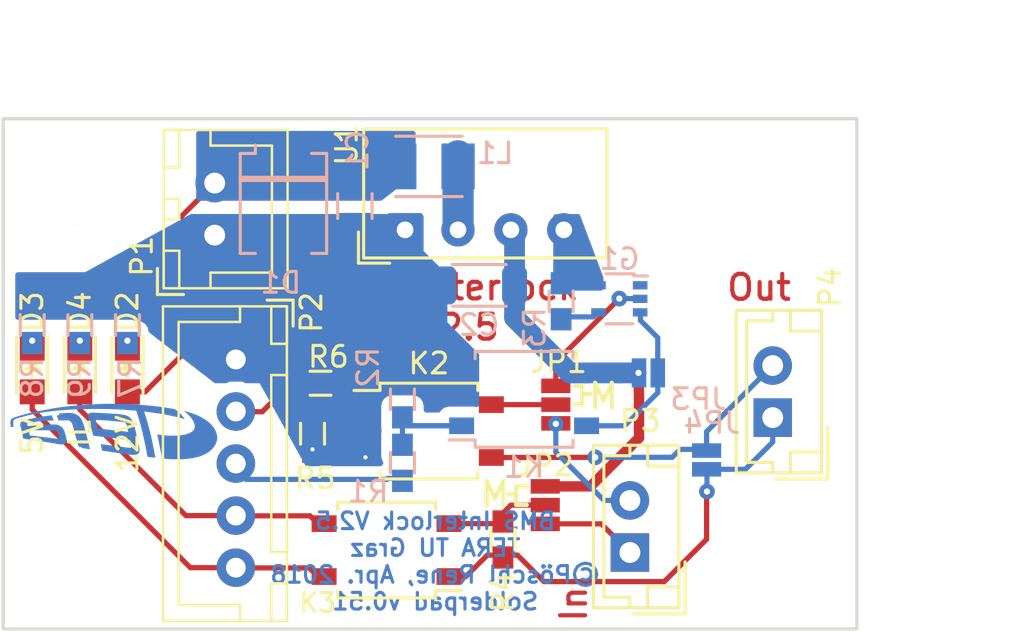
<source format=kicad_pcb>
(kicad_pcb (version 20171130) (host pcbnew 5.0.0-rc2-dev-unknown-86d6ed5~65~ubuntu16.04.1)

  (general
    (thickness 1.6)
    (drawings 25)
    (tracks 112)
    (zones 0)
    (modules 34)
    (nets 24)
  )

  (page A4)
  (title_block
    (title "BMS Interlock")
    (date 2017-01-06)
    (rev 2.1)
    (company "TERA TU Graz")
    (comment 1 "Rene Pöschl")
  )

  (layers
    (0 F.Cu signal)
    (31 B.Cu signal)
    (32 B.Adhes user)
    (33 F.Adhes user)
    (34 B.Paste user)
    (35 F.Paste user)
    (36 B.SilkS user)
    (37 F.SilkS user)
    (38 B.Mask user)
    (39 F.Mask user)
    (40 Dwgs.User user)
    (41 Cmts.User user)
    (42 Eco1.User user)
    (43 Eco2.User user)
    (44 Edge.Cuts user)
    (45 Margin user)
    (46 B.CrtYd user)
    (47 F.CrtYd user)
    (48 B.Fab user)
    (49 F.Fab user)
  )

  (setup
    (last_trace_width 0.25)
    (user_trace_width 0.25)
    (user_trace_width 0.5)
    (user_trace_width 0.75)
    (user_trace_width 1)
    (user_trace_width 1.25)
    (user_trace_width 1.5)
    (user_trace_width 1.75)
    (user_trace_width 2)
    (trace_clearance 0.2)
    (zone_clearance 0.508)
    (zone_45_only yes)
    (trace_min 0.2)
    (segment_width 0.2)
    (edge_width 0.15)
    (via_size 0.75)
    (via_drill 0.3)
    (via_min_size 0.65)
    (via_min_drill 0.2)
    (user_via 0.65 0.2)
    (user_via 0.85 0.4)
    (user_via 0.95 0.5)
    (uvia_size 0.3)
    (uvia_drill 0.1)
    (uvias_allowed no)
    (uvia_min_size 0.2)
    (uvia_min_drill 0.1)
    (pcb_text_width 0.3)
    (pcb_text_size 1.5 1.5)
    (mod_edge_width 0.15)
    (mod_text_size 1 1)
    (mod_text_width 0.15)
    (pad_size 1.524 1.524)
    (pad_drill 0.762)
    (pad_to_mask_clearance 0.075)
    (solder_mask_min_width 0.06)
    (aux_axis_origin 55.5 88)
    (grid_origin 55.5 88)
    (visible_elements FFFFEF7F)
    (pcbplotparams
      (layerselection 0x010f0_ffffffff)
      (usegerberextensions false)
      (usegerberattributes false)
      (usegerberadvancedattributes false)
      (creategerberjobfile false)
      (excludeedgelayer true)
      (linewidth 0.100000)
      (plotframeref false)
      (viasonmask true)
      (mode 1)
      (useauxorigin true)
      (hpglpennumber 1)
      (hpglpenspeed 20)
      (hpglpendiameter 15)
      (psnegative false)
      (psa4output false)
      (plotreference true)
      (plotvalue true)
      (plotinvisibletext false)
      (padsonsilk false)
      (subtractmaskfromsilk true)
      (outputformat 1)
      (mirror false)
      (drillshape 0)
      (scaleselection 1)
      (outputdirectory gerber/))
  )

  (net 0 "")
  (net 1 GND)
  (net 2 "Net-(L1-Pad1)")
  (net 3 "Net-(JP1-Pad2)")
  (net 4 "Net-(JP2-Pad2)")
  (net 5 "Net-(G1-Pad3)")
  (net 6 "Net-(K1-Pad1)")
  (net 7 "Net-(K2-Pad1)")
  (net 8 VDD)
  (net 9 +12V)
  (net 10 "Net-(G1-Pad4)")
  (net 11 /IL_I_ON)
  (net 12 /IL_OUT_OK)
  (net 13 "Net-(D2-Pad1)")
  (net 14 "Net-(D4-Pad1)")
  (net 15 "Net-(D3-Pad1)")
  (net 16 /IL_in_OK)
  (net 17 IL_V+)
  (net 18 IL_V-)
  (net 19 /IL_Out-)
  (net 20 /IL_In-)
  (net 21 /IL_In+)
  (net 22 /IL_Iconst)
  (net 23 /IL_Out+)

  (net_class Default "This is the default net class."
    (clearance 0.2)
    (trace_width 0.25)
    (via_dia 0.75)
    (via_drill 0.3)
    (uvia_dia 0.3)
    (uvia_drill 0.1)
    (add_net +12V)
    (add_net /IL_I_ON)
    (add_net /IL_Iconst)
    (add_net /IL_In+)
    (add_net /IL_In-)
    (add_net /IL_OUT_OK)
    (add_net /IL_Out+)
    (add_net /IL_Out-)
    (add_net /IL_in_OK)
    (add_net GND)
    (add_net IL_V+)
    (add_net IL_V-)
    (add_net "Net-(D2-Pad1)")
    (add_net "Net-(D3-Pad1)")
    (add_net "Net-(D4-Pad1)")
    (add_net "Net-(G1-Pad3)")
    (add_net "Net-(G1-Pad4)")
    (add_net "Net-(JP1-Pad2)")
    (add_net "Net-(JP2-Pad2)")
    (add_net "Net-(K1-Pad1)")
    (add_net "Net-(K2-Pad1)")
    (add_net "Net-(L1-Pad1)")
    (add_net VDD)
  )

  (module Mounting_Holes:MountingHole_3.2mm_M3 locked (layer F.Cu) (tedit 56F2A8BB) (tstamp 56F2BD36)
    (at 93 109)
    (descr "Mounting Hole 3.2mm, no annular, M3")
    (tags "mounting hole 3.2mm no annular m3")
    (fp_text reference REF** (at 0 -4.2) (layer F.SilkS) hide
      (effects (font (size 1 1) (thickness 0.15)))
    )
    (fp_text value MountingHole_3.2mm_M3 (at 0 4.2) (layer F.SilkS) hide
      (effects (font (size 1 1) (thickness 0.15)))
    )
    (fp_circle (center 0 0) (end 3.2 0) (layer Cmts.User) (width 0.15))
    (fp_circle (center 0 0) (end 3.45 0) (layer F.CrtYd) (width 0.05))
    (pad 1 np_thru_hole circle (at 0 0) (size 3.2 3.2) (drill 3.2) (layers *.Cu *.Mask F.SilkS))
  )

  (module Mounting_Holes:MountingHole_3.2mm_M3 locked (layer F.Cu) (tedit 56F2A8BB) (tstamp 56F2BD42)
    (at 59 91.5)
    (descr "Mounting Hole 3.2mm, no annular, M3")
    (tags "mounting hole 3.2mm no annular m3")
    (fp_text reference REF** (at 0 -4.2) (layer F.SilkS) hide
      (effects (font (size 1 1) (thickness 0.15)))
    )
    (fp_text value MountingHole_3.2mm_M3 (at 0 4.2) (layer F.SilkS) hide
      (effects (font (size 1 1) (thickness 0.15)))
    )
    (fp_circle (center 0 0) (end 3.2 0) (layer Cmts.User) (width 0.15))
    (fp_circle (center 0 0) (end 3.45 0) (layer F.CrtYd) (width 0.05))
    (pad 1 np_thru_hole circle (at 0 0) (size 3.2 3.2) (drill 3.2) (layers *.Cu *.Mask F.SilkS))
  )

  (module Mounting_Holes:MountingHole_3.2mm_M3 locked (layer F.Cu) (tedit 56F2A8BB) (tstamp 56F2BD3C)
    (at 59 109)
    (descr "Mounting Hole 3.2mm, no annular, M3")
    (tags "mounting hole 3.2mm no annular m3")
    (fp_text reference REF** (at 0 -4.2) (layer F.SilkS) hide
      (effects (font (size 1 1) (thickness 0.15)))
    )
    (fp_text value MountingHole_3.2mm_M3 (at 0 4.2) (layer F.SilkS) hide
      (effects (font (size 1 1) (thickness 0.15)))
    )
    (fp_circle (center 0 0) (end 3.2 0) (layer Cmts.User) (width 0.15))
    (fp_circle (center 0 0) (end 3.45 0) (layer F.CrtYd) (width 0.05))
    (pad 1 np_thru_hole circle (at 0 0) (size 3.2 3.2) (drill 3.2) (layers *.Cu *.Mask F.SilkS))
  )

  (module Mounting_Holes:MountingHole_3.2mm_M3 locked (layer F.Cu) (tedit 56F2A8BB) (tstamp 56F2BD31)
    (at 93 91.5)
    (descr "Mounting Hole 3.2mm, no annular, M3")
    (tags "mounting hole 3.2mm no annular m3")
    (fp_text reference REF** (at 0 -4.2) (layer F.SilkS) hide
      (effects (font (size 1 1) (thickness 0.15)))
    )
    (fp_text value MountingHole_3.2mm_M3 (at 0 4.2) (layer F.SilkS) hide
      (effects (font (size 1 1) (thickness 0.15)))
    )
    (fp_circle (center 0 0) (end 3.2 0) (layer Cmts.User) (width 0.15))
    (fp_circle (center 0 0) (end 3.45 0) (layer F.CrtYd) (width 0.05))
    (pad 1 np_thru_hole circle (at 0 0) (size 3.2 3.2) (drill 3.2) (layers *.Cu *.Mask F.SilkS))
  )

  (module tera_rlc:L_muarta_LQH32PN (layer B.Cu) (tedit 57CAF677) (tstamp 57CB0017)
    (at 75.947 90.286 180)
    (path /56DAF335)
    (fp_text reference L1 (at 0 0.835 180) (layer B.Fab)
      (effects (font (size 0.6 0.6) (thickness 0.1)) (justify mirror))
    )
    (fp_text value "4.7uH 0.7A" (at -4.953 -0.635 180) (layer B.Fab)
      (effects (font (size 0.6 0.6) (thickness 0.1)) (justify mirror))
    )
    (fp_text user %R (at -3.175 0.635 180) (layer B.SilkS)
      (effects (font (size 1 1) (thickness 0.15)) (justify mirror))
    )
    (fp_line (start -2.25 -1.75) (end -2.25 1.75) (layer B.CrtYd) (width 0.05))
    (fp_line (start 2.24 -1.75) (end -2.25 -1.75) (layer B.CrtYd) (width 0.05))
    (fp_line (start 2.25 1.75) (end 2.25 -1.75) (layer B.CrtYd) (width 0.05))
    (fp_line (start -2.25 1.75) (end 2.25 1.75) (layer B.CrtYd) (width 0.05))
    (fp_line (start -1.6 -1.35) (end -1.6 1.35) (layer B.Fab) (width 0.05))
    (fp_line (start 1.6 -1.35) (end -1.6 -1.35) (layer B.Fab) (width 0.05))
    (fp_line (start 1.6 1.35) (end 1.6 -1.35) (layer B.Fab) (width 0.05))
    (fp_line (start -1.6 1.35) (end 1.6 1.35) (layer B.Fab) (width 0.05))
    (fp_line (start 1.6 -1.45) (end -1.6 -1.45) (layer B.SilkS) (width 0.15))
    (fp_line (start -1.6 1.45) (end 1.6 1.45) (layer B.SilkS) (width 0.15))
    (pad 1 smd rect (at -1.4 0 180) (size 1.6 2.2) (layers B.Cu B.Paste B.Mask)
      (net 2 "Net-(L1-Pad1)"))
    (pad 2 smd rect (at 1.4 0 180) (size 1.6 2.2) (layers B.Cu B.Paste B.Mask)
      (net 9 +12V))
    (model ${KISYS3DMOD}/tera_rlc.3dshapes/L_muarta_LQH32PN.wrl
      (at (xyz 0 0 0))
      (scale (xyz 1 1 1))
      (rotate (xyz 0 0 0))
    )
  )

  (module tera_general:SO-4 (layer B.Cu) (tedit 57F65863) (tstamp 56E95C70)
    (at 80.518 101.473 90)
    (path /56E996D2)
    (fp_text reference K1 (at 0 0) (layer B.Fab)
      (effects (font (size 1 1) (thickness 0.15)) (justify mirror))
    )
    (fp_text value ASSR-1218 (at 1.5 0 180) (layer B.Fab)
      (effects (font (size 0.5 0.5) (thickness 0.08)) (justify mirror))
    )
    (fp_text user %R (at -3.25 0) (layer B.SilkS)
      (effects (font (size 1 1) (thickness 0.15)) (justify mirror))
    )
    (fp_line (start 2.3 2.35) (end 1.95 2.35) (layer B.SilkS) (width 0.15))
    (fp_line (start 2.3 -2.35) (end 2.3 2.35) (layer B.SilkS) (width 0.15))
    (fp_line (start 1.95 -2.35) (end 2.3 -2.35) (layer B.SilkS) (width 0.15))
    (fp_line (start -1.95 -2.35) (end -1.95 -3.6) (layer B.SilkS) (width 0.15))
    (fp_line (start -2.3 2.35) (end -1.95 2.35) (layer B.SilkS) (width 0.15))
    (fp_line (start -2.3 -2.35) (end -2.3 2.35) (layer B.SilkS) (width 0.15))
    (fp_line (start -1.95 -2.35) (end -2.3 -2.35) (layer B.SilkS) (width 0.15))
    (fp_line (start -2.5 -3.75) (end -2.5 3.75) (layer B.CrtYd) (width 0.05))
    (fp_line (start 2.5 -3.75) (end -2.5 -3.75) (layer B.CrtYd) (width 0.05))
    (fp_line (start 2.5 3.75) (end 2.5 -3.75) (layer B.CrtYd) (width 0.05))
    (fp_line (start -2.5 3.75) (end 2.5 3.75) (layer B.CrtYd) (width 0.05))
    (fp_circle (center -1.4224 -1.6256) (end -1.4224 -1.9812) (layer B.Fab) (width 0.05))
    (fp_line (start -2.2 -2.25) (end -2.2 2.25) (layer B.Fab) (width 0.05))
    (fp_line (start 2.2 -2.25) (end -2.2 -2.25) (layer B.Fab) (width 0.05))
    (fp_line (start 2.2 2.25) (end 2.2 -2.25) (layer B.Fab) (width 0.05))
    (fp_line (start -2.2 2.25) (end 2.2 2.25) (layer B.Fab) (width 0.05))
    (pad 4 smd rect (at -1.27 3 90) (size 0.8 1.2) (layers B.Cu B.Paste B.Mask)
      (net 5 "Net-(G1-Pad3)"))
    (pad 1 smd rect (at -1.27 -3 90) (size 0.8 1.2) (layers B.Cu B.Paste B.Mask)
      (net 6 "Net-(K1-Pad1)"))
    (pad 2 smd rect (at 1.27 -3 90) (size 0.8 1.2) (layers B.Cu B.Paste B.Mask)
      (net 1 GND))
    (pad 3 smd rect (at 1.27 3 90) (size 0.8 1.2) (layers B.Cu B.Paste B.Mask)
      (net 18 IL_V-))
    (model tera.3dshapes/SO-4.x3d
      (at (xyz 0 0 0))
      (scale (xyz 1 1 1))
      (rotate (xyz 0 0 0))
    )
  )

  (module tera_general:SO-4 (layer F.Cu) (tedit 57F65717) (tstamp 56E95C86)
    (at 75.946 102.997 270)
    (path /56E997E4)
    (fp_text reference K2 (at 0 0) (layer F.Fab)
      (effects (font (size 1 1) (thickness 0.15)))
    )
    (fp_text value ASSR-1218 (at 1.5 0) (layer F.Fab)
      (effects (font (size 0.5 0.5) (thickness 0.08)))
    )
    (fp_text user %R (at -3.25 0) (layer F.SilkS)
      (effects (font (size 1 1) (thickness 0.15)))
    )
    (fp_line (start 2.3 -2.35) (end 1.95 -2.35) (layer F.SilkS) (width 0.15))
    (fp_line (start 2.3 2.35) (end 2.3 -2.35) (layer F.SilkS) (width 0.15))
    (fp_line (start 1.95 2.35) (end 2.3 2.35) (layer F.SilkS) (width 0.15))
    (fp_line (start -1.95 2.35) (end -1.95 3.6) (layer F.SilkS) (width 0.15))
    (fp_line (start -2.3 -2.35) (end -1.95 -2.35) (layer F.SilkS) (width 0.15))
    (fp_line (start -2.3 2.35) (end -2.3 -2.35) (layer F.SilkS) (width 0.15))
    (fp_line (start -1.95 2.35) (end -2.3 2.35) (layer F.SilkS) (width 0.15))
    (fp_line (start -2.5 3.75) (end -2.5 -3.75) (layer F.CrtYd) (width 0.05))
    (fp_line (start 2.5 3.75) (end -2.5 3.75) (layer F.CrtYd) (width 0.05))
    (fp_line (start 2.5 -3.75) (end 2.5 3.75) (layer F.CrtYd) (width 0.05))
    (fp_line (start -2.5 -3.75) (end 2.5 -3.75) (layer F.CrtYd) (width 0.05))
    (fp_circle (center -1.4224 1.6256) (end -1.4224 1.9812) (layer F.Fab) (width 0.05))
    (fp_line (start -2.2 2.25) (end -2.2 -2.25) (layer F.Fab) (width 0.05))
    (fp_line (start 2.2 2.25) (end -2.2 2.25) (layer F.Fab) (width 0.05))
    (fp_line (start 2.2 -2.25) (end 2.2 2.25) (layer F.Fab) (width 0.05))
    (fp_line (start -2.2 -2.25) (end 2.2 -2.25) (layer F.Fab) (width 0.05))
    (pad 4 smd rect (at -1.27 -3 270) (size 0.8 1.2) (layers F.Cu F.Paste F.Mask)
      (net 3 "Net-(JP1-Pad2)"))
    (pad 1 smd rect (at -1.27 3 270) (size 0.8 1.2) (layers F.Cu F.Paste F.Mask)
      (net 7 "Net-(K2-Pad1)"))
    (pad 2 smd rect (at 1.27 3 270) (size 0.8 1.2) (layers F.Cu F.Paste F.Mask)
      (net 1 GND))
    (pad 3 smd rect (at 1.27 -3 270) (size 0.8 1.2) (layers F.Cu F.Paste F.Mask)
      (net 23 /IL_Out+))
    (model tera.3dshapes/SO-4.x3d
      (at (xyz 0 0 0))
      (scale (xyz 1 1 1))
      (rotate (xyz 0 0 0))
    )
  )

  (module tera_general:SO-4 (layer F.Cu) (tedit 57F65C64) (tstamp 56E95C9C)
    (at 73.914 108.712 90)
    (path /56E9973E)
    (fp_text reference K3 (at 0 0 180) (layer F.Fab)
      (effects (font (size 1 1) (thickness 0.15)))
    )
    (fp_text value ASSR-1218 (at 1.5 0 180) (layer F.Fab)
      (effects (font (size 0.5 0.5) (thickness 0.08)))
    )
    (fp_text user %R (at -2.529 -3.301 180) (layer F.SilkS)
      (effects (font (size 0.9 0.9) (thickness 0.15)))
    )
    (fp_line (start 2.3 -2.35) (end 1.95 -2.35) (layer F.SilkS) (width 0.15))
    (fp_line (start 2.3 2.35) (end 2.3 -2.35) (layer F.SilkS) (width 0.15))
    (fp_line (start 1.95 2.35) (end 2.3 2.35) (layer F.SilkS) (width 0.15))
    (fp_line (start -1.95 2.35) (end -1.95 3.6) (layer F.SilkS) (width 0.15))
    (fp_line (start -2.3 -2.35) (end -1.95 -2.35) (layer F.SilkS) (width 0.15))
    (fp_line (start -2.3 2.35) (end -2.3 -2.35) (layer F.SilkS) (width 0.15))
    (fp_line (start -1.95 2.35) (end -2.3 2.35) (layer F.SilkS) (width 0.15))
    (fp_line (start -2.5 3.75) (end -2.5 -3.75) (layer F.CrtYd) (width 0.05))
    (fp_line (start 2.5 3.75) (end -2.5 3.75) (layer F.CrtYd) (width 0.05))
    (fp_line (start 2.5 -3.75) (end 2.5 3.75) (layer F.CrtYd) (width 0.05))
    (fp_line (start -2.5 -3.75) (end 2.5 -3.75) (layer F.CrtYd) (width 0.05))
    (fp_circle (center -1.4224 1.6256) (end -1.4224 1.9812) (layer F.Fab) (width 0.05))
    (fp_line (start -2.2 2.25) (end -2.2 -2.25) (layer F.Fab) (width 0.05))
    (fp_line (start 2.2 2.25) (end -2.2 2.25) (layer F.Fab) (width 0.05))
    (fp_line (start 2.2 -2.25) (end 2.2 2.25) (layer F.Fab) (width 0.05))
    (fp_line (start -2.2 -2.25) (end 2.2 -2.25) (layer F.Fab) (width 0.05))
    (pad 4 smd rect (at -1.27 -3 90) (size 0.8 1.2) (layers F.Cu F.Paste F.Mask)
      (net 8 VDD))
    (pad 1 smd rect (at -1.27 3 90) (size 0.8 1.2) (layers F.Cu F.Paste F.Mask)
      (net 19 /IL_Out-))
    (pad 2 smd rect (at 1.27 3 90) (size 0.8 1.2) (layers F.Cu F.Paste F.Mask)
      (net 4 "Net-(JP2-Pad2)"))
    (pad 3 smd rect (at 1.27 -3 90) (size 0.8 1.2) (layers F.Cu F.Paste F.Mask)
      (net 12 /IL_OUT_OK))
    (model tera.3dshapes/SO-4.x3d
      (at (xyz 0 0 0))
      (scale (xyz 1 1 1))
      (rotate (xyz 0 0 0))
    )
  )

  (module tera_rlc:R_0603in (layer B.Cu) (tedit 57D01065) (tstamp 57F65E4F)
    (at 59.183 97.906 270)
    (descr "Resistor SMD 0603")
    (tags "resistor 0603")
    (path /56EADC86)
    (attr smd)
    (fp_text reference R9 (at 0 0 270) (layer B.Fab)
      (effects (font (size 0.6 0.6) (thickness 0.1)) (justify mirror))
    )
    (fp_text value 5k1 (at 0 -1.016 270) (layer B.Fab)
      (effects (font (size 0.6 0.6) (thickness 0.1)) (justify mirror))
    )
    (fp_text user %R (at 2.54 0 270) (layer B.SilkS)
      (effects (font (size 1 1) (thickness 0.15)) (justify mirror))
    )
    (fp_line (start -0.85 -0.475) (end -0.85 0.475) (layer B.Fab) (width 0.05))
    (fp_line (start 0.85 -0.475) (end -0.85 -0.475) (layer B.Fab) (width 0.05))
    (fp_line (start 0.85 0.475) (end 0.85 -0.475) (layer B.Fab) (width 0.05))
    (fp_line (start -0.85 0.475) (end 0.85 0.475) (layer B.Fab) (width 0.05))
    (fp_line (start -1.5 1) (end 1.5 1) (layer B.CrtYd) (width 0.05))
    (fp_line (start -1.5 -1) (end 1.5 -1) (layer B.CrtYd) (width 0.05))
    (fp_line (start -1.5 1) (end -1.5 -1) (layer B.CrtYd) (width 0.05))
    (fp_line (start 1.5 1) (end 1.5 -1) (layer B.CrtYd) (width 0.05))
    (fp_line (start 0.5 -0.575) (end -0.5 -0.575) (layer B.SilkS) (width 0.15))
    (fp_line (start -0.5 0.575) (end 0.5 0.575) (layer B.SilkS) (width 0.15))
    (pad 1 smd rect (at -0.865 0 270) (size 1.07 1) (layers B.Cu B.Paste B.Mask)
      (net 1 GND))
    (pad 2 smd rect (at 0.865 0 270) (size 1.07 1) (layers B.Cu B.Paste B.Mask)
      (net 14 "Net-(D4-Pad1)"))
    (model tera_rlc.3dshapes/R_0603in.wrl
      (at (xyz 0 0 0))
      (scale (xyz 1 1 1))
      (rotate (xyz 0 0 0))
    )
  )

  (module tera_rlc:R_0603in (layer B.Cu) (tedit 57D01065) (tstamp 57F65E5E)
    (at 56.897 97.906 270)
    (descr "Resistor SMD 0603")
    (tags "resistor 0603")
    (path /56EAD52F)
    (attr smd)
    (fp_text reference R8 (at 0 0 270) (layer B.Fab)
      (effects (font (size 0.6 0.6) (thickness 0.1)) (justify mirror))
    )
    (fp_text value 5k1 (at 0 -1.016 270) (layer B.Fab)
      (effects (font (size 0.6 0.6) (thickness 0.1)) (justify mirror))
    )
    (fp_text user %R (at 2.54 0 270) (layer B.SilkS)
      (effects (font (size 1 1) (thickness 0.15)) (justify mirror))
    )
    (fp_line (start -0.85 -0.475) (end -0.85 0.475) (layer B.Fab) (width 0.05))
    (fp_line (start 0.85 -0.475) (end -0.85 -0.475) (layer B.Fab) (width 0.05))
    (fp_line (start 0.85 0.475) (end 0.85 -0.475) (layer B.Fab) (width 0.05))
    (fp_line (start -0.85 0.475) (end 0.85 0.475) (layer B.Fab) (width 0.05))
    (fp_line (start -1.5 1) (end 1.5 1) (layer B.CrtYd) (width 0.05))
    (fp_line (start -1.5 -1) (end 1.5 -1) (layer B.CrtYd) (width 0.05))
    (fp_line (start -1.5 1) (end -1.5 -1) (layer B.CrtYd) (width 0.05))
    (fp_line (start 1.5 1) (end 1.5 -1) (layer B.CrtYd) (width 0.05))
    (fp_line (start 0.5 -0.575) (end -0.5 -0.575) (layer B.SilkS) (width 0.15))
    (fp_line (start -0.5 0.575) (end 0.5 0.575) (layer B.SilkS) (width 0.15))
    (pad 1 smd rect (at -0.865 0 270) (size 1.07 1) (layers B.Cu B.Paste B.Mask)
      (net 1 GND))
    (pad 2 smd rect (at 0.865 0 270) (size 1.07 1) (layers B.Cu B.Paste B.Mask)
      (net 15 "Net-(D3-Pad1)"))
    (model tera_rlc.3dshapes/R_0603in.wrl
      (at (xyz 0 0 0))
      (scale (xyz 1 1 1))
      (rotate (xyz 0 0 0))
    )
  )

  (module tera_rlc:R_0603in (layer B.Cu) (tedit 57D01065) (tstamp 57F65E6D)
    (at 61.469 97.906 270)
    (descr "Resistor SMD 0603")
    (tags "resistor 0603")
    (path /56EAC752)
    (attr smd)
    (fp_text reference R7 (at 0 0 270) (layer B.Fab)
      (effects (font (size 0.6 0.6) (thickness 0.1)) (justify mirror))
    )
    (fp_text value 12k (at 0 -1.016 270) (layer B.Fab)
      (effects (font (size 0.6 0.6) (thickness 0.1)) (justify mirror))
    )
    (fp_text user %R (at 2.54 -0.127 270) (layer B.SilkS)
      (effects (font (size 1 1) (thickness 0.15)) (justify mirror))
    )
    (fp_line (start -0.85 -0.475) (end -0.85 0.475) (layer B.Fab) (width 0.05))
    (fp_line (start 0.85 -0.475) (end -0.85 -0.475) (layer B.Fab) (width 0.05))
    (fp_line (start 0.85 0.475) (end 0.85 -0.475) (layer B.Fab) (width 0.05))
    (fp_line (start -0.85 0.475) (end 0.85 0.475) (layer B.Fab) (width 0.05))
    (fp_line (start -1.5 1) (end 1.5 1) (layer B.CrtYd) (width 0.05))
    (fp_line (start -1.5 -1) (end 1.5 -1) (layer B.CrtYd) (width 0.05))
    (fp_line (start -1.5 1) (end -1.5 -1) (layer B.CrtYd) (width 0.05))
    (fp_line (start 1.5 1) (end 1.5 -1) (layer B.CrtYd) (width 0.05))
    (fp_line (start 0.5 -0.575) (end -0.5 -0.575) (layer B.SilkS) (width 0.15))
    (fp_line (start -0.5 0.575) (end 0.5 0.575) (layer B.SilkS) (width 0.15))
    (pad 1 smd rect (at -0.865 0 270) (size 1.07 1) (layers B.Cu B.Paste B.Mask)
      (net 1 GND))
    (pad 2 smd rect (at 0.865 0 270) (size 1.07 1) (layers B.Cu B.Paste B.Mask)
      (net 13 "Net-(D2-Pad1)"))
    (model tera_rlc.3dshapes/R_0603in.wrl
      (at (xyz 0 0 0))
      (scale (xyz 1 1 1))
      (rotate (xyz 0 0 0))
    )
  )

  (module tera_rlc:R_0603in (layer F.Cu) (tedit 57D01065) (tstamp 57F65E7C)
    (at 70.74 100.7)
    (descr "Resistor SMD 0603")
    (tags "resistor 0603")
    (path /56DB4BE9)
    (attr smd)
    (fp_text reference R6 (at 0 0) (layer F.Fab)
      (effects (font (size 0.6 0.6) (thickness 0.1)))
    )
    (fp_text value 470 (at 0.381 -0.889) (layer F.Fab)
      (effects (font (size 0.6 0.6) (thickness 0.1)))
    )
    (fp_text user %R (at 0.381 -1.27) (layer F.SilkS)
      (effects (font (size 1 1) (thickness 0.15)))
    )
    (fp_line (start -0.85 0.475) (end -0.85 -0.475) (layer F.Fab) (width 0.05))
    (fp_line (start 0.85 0.475) (end -0.85 0.475) (layer F.Fab) (width 0.05))
    (fp_line (start 0.85 -0.475) (end 0.85 0.475) (layer F.Fab) (width 0.05))
    (fp_line (start -0.85 -0.475) (end 0.85 -0.475) (layer F.Fab) (width 0.05))
    (fp_line (start -1.5 -1) (end 1.5 -1) (layer F.CrtYd) (width 0.05))
    (fp_line (start -1.5 1) (end 1.5 1) (layer F.CrtYd) (width 0.05))
    (fp_line (start -1.5 -1) (end -1.5 1) (layer F.CrtYd) (width 0.05))
    (fp_line (start 1.5 -1) (end 1.5 1) (layer F.CrtYd) (width 0.05))
    (fp_line (start 0.5 0.575) (end -0.5 0.575) (layer F.SilkS) (width 0.15))
    (fp_line (start -0.5 -0.575) (end 0.5 -0.575) (layer F.SilkS) (width 0.15))
    (pad 1 smd rect (at -0.865 0) (size 1.07 1) (layers F.Cu F.Paste F.Mask)
      (net 16 /IL_in_OK))
    (pad 2 smd rect (at 0.865 0) (size 1.07 1) (layers F.Cu F.Paste F.Mask)
      (net 7 "Net-(K2-Pad1)"))
    (model tera_rlc.3dshapes/R_0603in.wrl
      (at (xyz 0 0 0))
      (scale (xyz 1 1 1))
      (rotate (xyz 0 0 0))
    )
  )

  (module tera_rlc:R_0603in (layer F.Cu) (tedit 57D01065) (tstamp 57F65E8B)
    (at 70.358 103.124 270)
    (descr "Resistor SMD 0603")
    (tags "resistor 0603")
    (path /56DB5312)
    (attr smd)
    (fp_text reference R5 (at 0 0 270) (layer F.Fab)
      (effects (font (size 0.6 0.6) (thickness 0.1)))
    )
    (fp_text value 1K (at -0.011 -1.017 270) (layer F.Fab)
      (effects (font (size 0.6 0.6) (thickness 0.1)))
    )
    (fp_text user %R (at 2.148 -0.128) (layer F.SilkS)
      (effects (font (size 1 1) (thickness 0.15)))
    )
    (fp_line (start -0.85 0.475) (end -0.85 -0.475) (layer F.Fab) (width 0.05))
    (fp_line (start 0.85 0.475) (end -0.85 0.475) (layer F.Fab) (width 0.05))
    (fp_line (start 0.85 -0.475) (end 0.85 0.475) (layer F.Fab) (width 0.05))
    (fp_line (start -0.85 -0.475) (end 0.85 -0.475) (layer F.Fab) (width 0.05))
    (fp_line (start -1.5 -1) (end 1.5 -1) (layer F.CrtYd) (width 0.05))
    (fp_line (start -1.5 1) (end 1.5 1) (layer F.CrtYd) (width 0.05))
    (fp_line (start -1.5 -1) (end -1.5 1) (layer F.CrtYd) (width 0.05))
    (fp_line (start 1.5 -1) (end 1.5 1) (layer F.CrtYd) (width 0.05))
    (fp_line (start 0.5 0.575) (end -0.5 0.575) (layer F.SilkS) (width 0.15))
    (fp_line (start -0.5 -0.575) (end 0.5 -0.575) (layer F.SilkS) (width 0.15))
    (pad 1 smd rect (at -0.865 0 270) (size 1.07 1) (layers F.Cu F.Paste F.Mask)
      (net 7 "Net-(K2-Pad1)"))
    (pad 2 smd rect (at 0.865 0 270) (size 1.07 1) (layers F.Cu F.Paste F.Mask)
      (net 1 GND))
    (model tera_rlc.3dshapes/R_0603in.wrl
      (at (xyz 0 0 0))
      (scale (xyz 1 1 1))
      (rotate (xyz 0 0 0))
    )
  )

  (module tera_rlc:R_0603in (layer F.Cu) (tedit 57D01065) (tstamp 57F65E9A)
    (at 79.502 108.204 90)
    (descr "Resistor SMD 0603")
    (tags "resistor 0603")
    (path /56DB645B)
    (attr smd)
    (fp_text reference R4 (at 0 0 90) (layer F.Fab)
      (effects (font (size 0.6 0.6) (thickness 0.1)))
    )
    (fp_text value 1K (at -0.116 -1.015 90) (layer F.Fab)
      (effects (font (size 0.6 0.6) (thickness 0.1)))
    )
    (fp_text user %R (at -2.529 0.001 90) (layer F.SilkS)
      (effects (font (size 1 1) (thickness 0.15)))
    )
    (fp_line (start -0.85 0.475) (end -0.85 -0.475) (layer F.Fab) (width 0.05))
    (fp_line (start 0.85 0.475) (end -0.85 0.475) (layer F.Fab) (width 0.05))
    (fp_line (start 0.85 -0.475) (end 0.85 0.475) (layer F.Fab) (width 0.05))
    (fp_line (start -0.85 -0.475) (end 0.85 -0.475) (layer F.Fab) (width 0.05))
    (fp_line (start -1.5 -1) (end 1.5 -1) (layer F.CrtYd) (width 0.05))
    (fp_line (start -1.5 1) (end 1.5 1) (layer F.CrtYd) (width 0.05))
    (fp_line (start -1.5 -1) (end -1.5 1) (layer F.CrtYd) (width 0.05))
    (fp_line (start 1.5 -1) (end 1.5 1) (layer F.CrtYd) (width 0.05))
    (fp_line (start 0.5 0.575) (end -0.5 0.575) (layer F.SilkS) (width 0.15))
    (fp_line (start -0.5 -0.575) (end 0.5 -0.575) (layer F.SilkS) (width 0.15))
    (pad 1 smd rect (at -0.865 0 90) (size 1.07 1) (layers F.Cu F.Paste F.Mask)
      (net 19 /IL_Out-))
    (pad 2 smd rect (at 0.865 0 90) (size 1.07 1) (layers F.Cu F.Paste F.Mask)
      (net 4 "Net-(JP2-Pad2)"))
    (model tera_rlc.3dshapes/R_0603in.wrl
      (at (xyz 0 0 0))
      (scale (xyz 1 1 1))
      (rotate (xyz 0 0 0))
    )
  )

  (module tera_rlc:R_0603in (layer B.Cu) (tedit 57D01065) (tstamp 57F65EA9)
    (at 82.297 96.763 270)
    (descr "Resistor SMD 0603")
    (tags "resistor 0603")
    (path /56DB441E)
    (attr smd)
    (fp_text reference R3 (at 0 0 270) (layer B.Fab)
      (effects (font (size 0.6 0.6) (thickness 0.1)) (justify mirror))
    )
    (fp_text value 120R (at -1.778 -0.254) (layer B.Fab)
      (effects (font (size 0.6 0.6) (thickness 0.1)) (justify mirror))
    )
    (fp_text user %R (at 1.27 1.27 270) (layer B.SilkS)
      (effects (font (size 1 1) (thickness 0.15)) (justify mirror))
    )
    (fp_line (start -0.85 -0.475) (end -0.85 0.475) (layer B.Fab) (width 0.05))
    (fp_line (start 0.85 -0.475) (end -0.85 -0.475) (layer B.Fab) (width 0.05))
    (fp_line (start 0.85 0.475) (end 0.85 -0.475) (layer B.Fab) (width 0.05))
    (fp_line (start -0.85 0.475) (end 0.85 0.475) (layer B.Fab) (width 0.05))
    (fp_line (start -1.5 1) (end 1.5 1) (layer B.CrtYd) (width 0.05))
    (fp_line (start -1.5 -1) (end 1.5 -1) (layer B.CrtYd) (width 0.05))
    (fp_line (start -1.5 1) (end -1.5 -1) (layer B.CrtYd) (width 0.05))
    (fp_line (start 1.5 1) (end 1.5 -1) (layer B.CrtYd) (width 0.05))
    (fp_line (start 0.5 -0.575) (end -0.5 -0.575) (layer B.SilkS) (width 0.15))
    (fp_line (start -0.5 0.575) (end 0.5 0.575) (layer B.SilkS) (width 0.15))
    (pad 1 smd rect (at -0.865 0 270) (size 1.07 1) (layers B.Cu B.Paste B.Mask)
      (net 17 IL_V+))
    (pad 2 smd rect (at 0.865 0 270) (size 1.07 1) (layers B.Cu B.Paste B.Mask)
      (net 10 "Net-(G1-Pad4)"))
    (model tera_rlc.3dshapes/R_0603in.wrl
      (at (xyz 0 0 0))
      (scale (xyz 1 1 1))
      (rotate (xyz 0 0 0))
    )
  )

  (module tera_rlc:R_0603in (layer B.Cu) (tedit 57D01065) (tstamp 57F65EB8)
    (at 74.676 101.473 90)
    (descr "Resistor SMD 0603")
    (tags "resistor 0603")
    (path /56DB6990)
    (attr smd)
    (fp_text reference R2 (at 0 0 90) (layer B.Fab)
      (effects (font (size 0.6 0.6) (thickness 0.1)) (justify mirror))
    )
    (fp_text value 1K (at 0.011 -1.015 90) (layer B.Fab)
      (effects (font (size 0.6 0.6) (thickness 0.1)) (justify mirror))
    )
    (fp_text user %R (at 1.535 -1.65 90) (layer B.SilkS)
      (effects (font (size 1 1) (thickness 0.15)) (justify mirror))
    )
    (fp_line (start -0.85 -0.475) (end -0.85 0.475) (layer B.Fab) (width 0.05))
    (fp_line (start 0.85 -0.475) (end -0.85 -0.475) (layer B.Fab) (width 0.05))
    (fp_line (start 0.85 0.475) (end 0.85 -0.475) (layer B.Fab) (width 0.05))
    (fp_line (start -0.85 0.475) (end 0.85 0.475) (layer B.Fab) (width 0.05))
    (fp_line (start -1.5 1) (end 1.5 1) (layer B.CrtYd) (width 0.05))
    (fp_line (start -1.5 -1) (end 1.5 -1) (layer B.CrtYd) (width 0.05))
    (fp_line (start -1.5 1) (end -1.5 -1) (layer B.CrtYd) (width 0.05))
    (fp_line (start 1.5 1) (end 1.5 -1) (layer B.CrtYd) (width 0.05))
    (fp_line (start 0.5 -0.575) (end -0.5 -0.575) (layer B.SilkS) (width 0.15))
    (fp_line (start -0.5 0.575) (end 0.5 0.575) (layer B.SilkS) (width 0.15))
    (pad 1 smd rect (at -0.865 0 90) (size 1.07 1) (layers B.Cu B.Paste B.Mask)
      (net 6 "Net-(K1-Pad1)"))
    (pad 2 smd rect (at 0.865 0 90) (size 1.07 1) (layers B.Cu B.Paste B.Mask)
      (net 1 GND))
    (model tera_rlc.3dshapes/R_0603in.wrl
      (at (xyz 0 0 0))
      (scale (xyz 1 1 1))
      (rotate (xyz 0 0 0))
    )
  )

  (module tera_rlc:R_0603in (layer B.Cu) (tedit 57D01065) (tstamp 57F65EC7)
    (at 74.676 104.521 270)
    (descr "Resistor SMD 0603")
    (tags "resistor 0603")
    (path /56DB6A22)
    (attr smd)
    (fp_text reference R1 (at 0 0 270) (layer B.Fab)
      (effects (font (size 0.6 0.6) (thickness 0.1)) (justify mirror))
    )
    (fp_text value 470 (at 0 -1.144 270) (layer B.Fab)
      (effects (font (size 0.6 0.6) (thickness 0.1)) (justify mirror))
    )
    (fp_text user %R (at 1.386 1.65) (layer B.SilkS)
      (effects (font (size 1 1) (thickness 0.15)) (justify mirror))
    )
    (fp_line (start -0.85 -0.475) (end -0.85 0.475) (layer B.Fab) (width 0.05))
    (fp_line (start 0.85 -0.475) (end -0.85 -0.475) (layer B.Fab) (width 0.05))
    (fp_line (start 0.85 0.475) (end 0.85 -0.475) (layer B.Fab) (width 0.05))
    (fp_line (start -0.85 0.475) (end 0.85 0.475) (layer B.Fab) (width 0.05))
    (fp_line (start -1.5 1) (end 1.5 1) (layer B.CrtYd) (width 0.05))
    (fp_line (start -1.5 -1) (end 1.5 -1) (layer B.CrtYd) (width 0.05))
    (fp_line (start -1.5 1) (end -1.5 -1) (layer B.CrtYd) (width 0.05))
    (fp_line (start 1.5 1) (end 1.5 -1) (layer B.CrtYd) (width 0.05))
    (fp_line (start 0.5 -0.575) (end -0.5 -0.575) (layer B.SilkS) (width 0.15))
    (fp_line (start -0.5 0.575) (end 0.5 0.575) (layer B.SilkS) (width 0.15))
    (pad 1 smd rect (at -0.865 0 270) (size 1.07 1) (layers B.Cu B.Paste B.Mask)
      (net 6 "Net-(K1-Pad1)"))
    (pad 2 smd rect (at 0.865 0 270) (size 1.07 1) (layers B.Cu B.Paste B.Mask)
      (net 11 /IL_I_ON))
    (model tera_rlc.3dshapes/R_0603in.wrl
      (at (xyz 0 0 0))
      (scale (xyz 1 1 1))
      (rotate (xyz 0 0 0))
    )
  )

  (module tera_rlc:C_0805in (layer B.Cu) (tedit 57D00F80) (tstamp 57F65F34)
    (at 72.391 92.191 270)
    (descr "Capacitor SMD 0805")
    (tags "capacitor 0805")
    (path /56DAF1FE)
    (attr smd)
    (fp_text reference C1 (at 0 0 270) (layer B.Fab)
      (effects (font (size 0.6 0.6) (thickness 0.1)) (justify mirror))
    )
    (fp_text value "4.7uF 25V" (at 3.429 0 270) (layer B.Fab)
      (effects (font (size 0.6 0.6) (thickness 0.1)) (justify mirror))
    )
    (fp_text user %R (at -2.667 -0.127 270) (layer B.SilkS)
      (effects (font (size 1 1) (thickness 0.15)) (justify mirror))
    )
    (fp_line (start -1.1 -0.725) (end -1.1 0.725) (layer B.Fab) (width 0.05))
    (fp_line (start 1.1 -0.725) (end -1.1 -0.725) (layer B.Fab) (width 0.05))
    (fp_line (start 1.1 0.725) (end 1.1 -0.725) (layer B.Fab) (width 0.05))
    (fp_line (start -1.1 0.725) (end 1.1 0.725) (layer B.Fab) (width 0.05))
    (fp_line (start -2 1) (end 2 1) (layer B.CrtYd) (width 0.05))
    (fp_line (start -2 -1) (end 2 -1) (layer B.CrtYd) (width 0.05))
    (fp_line (start -2 1) (end -2 -1) (layer B.CrtYd) (width 0.05))
    (fp_line (start 2 1) (end 2 -1) (layer B.CrtYd) (width 0.05))
    (fp_line (start 0.6 -0.825) (end -0.6 -0.825) (layer B.SilkS) (width 0.15))
    (fp_line (start -0.6 0.825) (end 0.6 0.825) (layer B.SilkS) (width 0.15))
    (pad 1 smd rect (at -0.965 0 270) (size 1.27 1.5) (layers B.Cu B.Paste B.Mask)
      (net 9 +12V))
    (pad 2 smd rect (at 0.965 0 270) (size 1.27 1.5) (layers B.Cu B.Paste B.Mask)
      (net 1 GND))
    (model tera_rlc.3dshapes/C_0805in.wrl
      (at (xyz 0 0 0))
      (scale (xyz 1 1 1))
      (rotate (xyz 0 0 0))
    )
  )

  (module tera_diodes:LED_0805 (layer F.Cu) (tedit 57F656CE) (tstamp 57F66037)
    (at 59.183 100.065 270)
    (descr "LED 0805 smd package")
    (tags "LED 0805 SMD")
    (path /56EADC8C)
    (attr smd)
    (fp_text reference D4 (at 0.1 0 270) (layer F.Fab)
      (effects (font (size 0.5 0.5) (thickness 0.08)))
    )
    (fp_text value IL_OK (at 3.048 0 270) (layer F.Fab)
      (effects (font (size 0.6 0.6) (thickness 0.1)))
    )
    (fp_text user %R (at -2.794 0 270) (layer F.SilkS)
      (effects (font (size 1 1) (thickness 0.15)))
    )
    (fp_line (start -0.4 -0.6) (end -0.4 -0.4) (layer F.Fab) (width 0.05))
    (fp_line (start -0.4 0.6) (end -0.4 0.4) (layer F.Fab) (width 0.05))
    (fp_line (start -1 0) (end -0.4 0.6) (layer F.Fab) (width 0.05))
    (fp_line (start -0.4 -0.6) (end -1 0) (layer F.Fab) (width 0.05))
    (fp_line (start 1 -0.6) (end -1 -0.6) (layer F.Fab) (width 0.05))
    (fp_line (start 1 0.6) (end 1 -0.6) (layer F.Fab) (width 0.05))
    (fp_line (start -1 0.6) (end 1 0.6) (layer F.Fab) (width 0.05))
    (fp_line (start -1 -0.6) (end -1 0.6) (layer F.Fab) (width 0.05))
    (fp_line (start -1.6 0.75) (end 1.1 0.75) (layer F.SilkS) (width 0.15))
    (fp_line (start -1.6 -0.75) (end 1.1 -0.75) (layer F.SilkS) (width 0.15))
    (fp_line (start -0.1 0.15) (end -0.1 -0.1) (layer F.SilkS) (width 0.15))
    (fp_line (start -0.1 -0.1) (end -0.25 0.05) (layer F.SilkS) (width 0.15))
    (fp_line (start -0.35 -0.35) (end -0.35 0.35) (layer F.SilkS) (width 0.15))
    (fp_line (start 0 0) (end 0.35 0) (layer F.SilkS) (width 0.15))
    (fp_line (start -0.35 0) (end 0 -0.35) (layer F.SilkS) (width 0.15))
    (fp_line (start 0 -0.35) (end 0 0.35) (layer F.SilkS) (width 0.15))
    (fp_line (start 0 0.35) (end -0.35 0) (layer F.SilkS) (width 0.15))
    (fp_line (start 1.9 -0.95) (end 1.9 0.95) (layer F.CrtYd) (width 0.05))
    (fp_line (start 1.9 0.95) (end -1.9 0.95) (layer F.CrtYd) (width 0.05))
    (fp_line (start -1.9 0.95) (end -1.9 -0.95) (layer F.CrtYd) (width 0.05))
    (fp_line (start -1.9 -0.95) (end 1.9 -0.95) (layer F.CrtYd) (width 0.05))
    (pad 2 smd rect (at 1.04902 0 90) (size 1.19888 1.19888) (layers F.Cu F.Paste F.Mask)
      (net 12 /IL_OUT_OK))
    (pad 1 smd rect (at -1.04902 0 90) (size 1.19888 1.19888) (layers F.Cu F.Paste F.Mask)
      (net 14 "Net-(D4-Pad1)"))
    (model LEDs.3dshapes/LED_0805.wrl
      (at (xyz 0 0 0))
      (scale (xyz 1 1 1))
      (rotate (xyz 0 0 0))
    )
  )

  (module tera_diodes:LED_0805 (layer F.Cu) (tedit 57F656C4) (tstamp 57F66046)
    (at 56.897 100.065 270)
    (descr "LED 0805 smd package")
    (tags "LED 0805 SMD")
    (path /56EAD535)
    (attr smd)
    (fp_text reference D3 (at 0.1 0 270) (layer F.Fab)
      (effects (font (size 0.5 0.5) (thickness 0.08)))
    )
    (fp_text value VDD_OK (at 3.429 0 270) (layer F.Fab)
      (effects (font (size 0.6 0.6) (thickness 0.1)))
    )
    (fp_text user %R (at -2.794 0 270) (layer F.SilkS)
      (effects (font (size 1 1) (thickness 0.15)))
    )
    (fp_line (start -0.4 -0.6) (end -0.4 -0.4) (layer F.Fab) (width 0.05))
    (fp_line (start -0.4 0.6) (end -0.4 0.4) (layer F.Fab) (width 0.05))
    (fp_line (start -1 0) (end -0.4 0.6) (layer F.Fab) (width 0.05))
    (fp_line (start -0.4 -0.6) (end -1 0) (layer F.Fab) (width 0.05))
    (fp_line (start 1 -0.6) (end -1 -0.6) (layer F.Fab) (width 0.05))
    (fp_line (start 1 0.6) (end 1 -0.6) (layer F.Fab) (width 0.05))
    (fp_line (start -1 0.6) (end 1 0.6) (layer F.Fab) (width 0.05))
    (fp_line (start -1 -0.6) (end -1 0.6) (layer F.Fab) (width 0.05))
    (fp_line (start -1.6 0.75) (end 1.1 0.75) (layer F.SilkS) (width 0.15))
    (fp_line (start -1.6 -0.75) (end 1.1 -0.75) (layer F.SilkS) (width 0.15))
    (fp_line (start -0.1 0.15) (end -0.1 -0.1) (layer F.SilkS) (width 0.15))
    (fp_line (start -0.1 -0.1) (end -0.25 0.05) (layer F.SilkS) (width 0.15))
    (fp_line (start -0.35 -0.35) (end -0.35 0.35) (layer F.SilkS) (width 0.15))
    (fp_line (start 0 0) (end 0.35 0) (layer F.SilkS) (width 0.15))
    (fp_line (start -0.35 0) (end 0 -0.35) (layer F.SilkS) (width 0.15))
    (fp_line (start 0 -0.35) (end 0 0.35) (layer F.SilkS) (width 0.15))
    (fp_line (start 0 0.35) (end -0.35 0) (layer F.SilkS) (width 0.15))
    (fp_line (start 1.9 -0.95) (end 1.9 0.95) (layer F.CrtYd) (width 0.05))
    (fp_line (start 1.9 0.95) (end -1.9 0.95) (layer F.CrtYd) (width 0.05))
    (fp_line (start -1.9 0.95) (end -1.9 -0.95) (layer F.CrtYd) (width 0.05))
    (fp_line (start -1.9 -0.95) (end 1.9 -0.95) (layer F.CrtYd) (width 0.05))
    (pad 2 smd rect (at 1.04902 0 90) (size 1.19888 1.19888) (layers F.Cu F.Paste F.Mask)
      (net 8 VDD))
    (pad 1 smd rect (at -1.04902 0 90) (size 1.19888 1.19888) (layers F.Cu F.Paste F.Mask)
      (net 15 "Net-(D3-Pad1)"))
    (model LEDs.3dshapes/LED_0805.wrl
      (at (xyz 0 0 0))
      (scale (xyz 1 1 1))
      (rotate (xyz 0 0 0))
    )
  )

  (module tera_diodes:LED_0805 (layer F.Cu) (tedit 57F656F4) (tstamp 57F66055)
    (at 61.469 100.065 270)
    (descr "LED 0805 smd package")
    (tags "LED 0805 SMD")
    (path /56EAC832)
    (attr smd)
    (fp_text reference D2 (at 0.1 0 270) (layer F.Fab)
      (effects (font (size 0.5 0.5) (thickness 0.08)))
    )
    (fp_text value 12V_OK (at 3.429 -0.127 270) (layer F.Fab)
      (effects (font (size 0.6 0.6) (thickness 0.1)))
    )
    (fp_text user %R (at -2.794 0 270) (layer F.SilkS)
      (effects (font (size 1 1) (thickness 0.15)))
    )
    (fp_line (start -0.4 -0.6) (end -0.4 -0.4) (layer F.Fab) (width 0.05))
    (fp_line (start -0.4 0.6) (end -0.4 0.4) (layer F.Fab) (width 0.05))
    (fp_line (start -1 0) (end -0.4 0.6) (layer F.Fab) (width 0.05))
    (fp_line (start -0.4 -0.6) (end -1 0) (layer F.Fab) (width 0.05))
    (fp_line (start 1 -0.6) (end -1 -0.6) (layer F.Fab) (width 0.05))
    (fp_line (start 1 0.6) (end 1 -0.6) (layer F.Fab) (width 0.05))
    (fp_line (start -1 0.6) (end 1 0.6) (layer F.Fab) (width 0.05))
    (fp_line (start -1 -0.6) (end -1 0.6) (layer F.Fab) (width 0.05))
    (fp_line (start -1.6 0.75) (end 1.1 0.75) (layer F.SilkS) (width 0.15))
    (fp_line (start -1.6 -0.75) (end 1.1 -0.75) (layer F.SilkS) (width 0.15))
    (fp_line (start -0.1 0.15) (end -0.1 -0.1) (layer F.SilkS) (width 0.15))
    (fp_line (start -0.1 -0.1) (end -0.25 0.05) (layer F.SilkS) (width 0.15))
    (fp_line (start -0.35 -0.35) (end -0.35 0.35) (layer F.SilkS) (width 0.15))
    (fp_line (start 0 0) (end 0.35 0) (layer F.SilkS) (width 0.15))
    (fp_line (start -0.35 0) (end 0 -0.35) (layer F.SilkS) (width 0.15))
    (fp_line (start 0 -0.35) (end 0 0.35) (layer F.SilkS) (width 0.15))
    (fp_line (start 0 0.35) (end -0.35 0) (layer F.SilkS) (width 0.15))
    (fp_line (start 1.9 -0.95) (end 1.9 0.95) (layer F.CrtYd) (width 0.05))
    (fp_line (start 1.9 0.95) (end -1.9 0.95) (layer F.CrtYd) (width 0.05))
    (fp_line (start -1.9 0.95) (end -1.9 -0.95) (layer F.CrtYd) (width 0.05))
    (fp_line (start -1.9 -0.95) (end 1.9 -0.95) (layer F.CrtYd) (width 0.05))
    (pad 2 smd rect (at 1.04902 0 90) (size 1.19888 1.19888) (layers F.Cu F.Paste F.Mask)
      (net 9 +12V))
    (pad 1 smd rect (at -1.04902 0 90) (size 1.19888 1.19888) (layers F.Cu F.Paste F.Mask)
      (net 13 "Net-(D2-Pad1)"))
    (model LEDs.3dshapes/LED_0805.wrl
      (at (xyz 0 0 0))
      (scale (xyz 1 1 1))
      (rotate (xyz 0 0 0))
    )
  )

  (module tera_general:SOLDERJUMPER_3 (layer F.Cu) (tedit 57F65808) (tstamp 56E95C49)
    (at 82.042 101.727 180)
    (descr Solderjumper)
    (tags Solderjumper)
    (path /56DB06C3)
    (attr smd)
    (fp_text reference JP1 (at -0.001 1.789 180) (layer F.Fab)
      (effects (font (size 0.6 0.6) (thickness 0.1)))
    )
    (fp_text value first/middle (at 1.269 0.265 270) (layer F.Fab)
      (effects (font (size 0.5 0.5) (thickness 0.08)))
    )
    (fp_text user %R (at -0.128 2.043 180) (layer F.SilkS)
      (effects (font (size 1 1) (thickness 0.15)))
    )
    (fp_line (start 0.95 -1.5) (end -0.95 -1.5) (layer F.CrtYd) (width 0.05))
    (fp_line (start 0.95 1.5) (end 0.95 -1.5) (layer F.CrtYd) (width 0.05))
    (fp_line (start -0.95 1.5) (end 0.95 1.5) (layer F.CrtYd) (width 0.05))
    (fp_line (start -0.95 -1.5) (end -0.95 1.5) (layer F.CrtYd) (width 0.05))
    (pad 1 smd rect (at 0 -0.9 180) (size 1.4 0.7) (layers F.Cu F.Paste F.Mask)
      (net 21 /IL_In+))
    (pad 2 smd rect (at 0 0 180) (size 1.4 0.7) (layers F.Cu F.Paste F.Mask)
      (net 3 "Net-(JP1-Pad2)"))
    (pad 3 smd rect (at 0 0.9 180) (size 1.4 0.7) (layers F.Cu F.Paste F.Mask)
      (net 22 /IL_Iconst))
  )

  (module tera_general:SOLDERJUMPER_3 (layer F.Cu) (tedit 57F65813) (tstamp 56E95C5C)
    (at 81.534 106.553)
    (descr Solderjumper)
    (tags Solderjumper)
    (path /56DB322B)
    (attr smd)
    (fp_text reference JP2 (at 0 -1.789) (layer F.Fab)
      (effects (font (size 0.6 0.6) (thickness 0.1)))
    )
    (fp_text value first/middle (at 1.271 -0.011 90) (layer F.Fab)
      (effects (font (size 0.5 0.5) (thickness 0.08)))
    )
    (fp_text user %R (at 0.001 -1.916) (layer F.SilkS)
      (effects (font (size 1 1) (thickness 0.15)))
    )
    (fp_line (start 0.95 -1.5) (end -0.95 -1.5) (layer F.CrtYd) (width 0.05))
    (fp_line (start 0.95 1.5) (end 0.95 -1.5) (layer F.CrtYd) (width 0.05))
    (fp_line (start -0.95 1.5) (end 0.95 1.5) (layer F.CrtYd) (width 0.05))
    (fp_line (start -0.95 -1.5) (end -0.95 1.5) (layer F.CrtYd) (width 0.05))
    (pad 1 smd rect (at 0 -0.9) (size 1.4 0.7) (layers F.Cu F.Paste F.Mask)
      (net 18 IL_V-))
    (pad 2 smd rect (at 0 0) (size 1.4 0.7) (layers F.Cu F.Paste F.Mask)
      (net 4 "Net-(JP2-Pad2)"))
    (pad 3 smd rect (at 0 0.9) (size 1.4 0.7) (layers F.Cu F.Paste F.Mask)
      (net 20 /IL_In-))
  )

  (module tera_general:SOLDERJUMPER_2 (layer B.Cu) (tedit 57F657E0) (tstamp 57F66AC6)
    (at 89.282 104.383 180)
    (descr Solderjumper)
    (tags Solderjumper)
    (path /57F67579)
    (attr smd)
    (fp_text reference JP4 (at 0 -1.397 180) (layer B.Fab)
      (effects (font (size 0.6 0.6) (thickness 0.1)) (justify mirror))
    )
    (fp_text value "Last In Line" (at 0 3.175 90) (layer B.Fab)
      (effects (font (size 0.5 0.5) (thickness 0.08)) (justify mirror))
    )
    (fp_text user %R (at -0.254 1.778 180) (layer B.SilkS)
      (effects (font (size 1 1) (thickness 0.15)) (justify mirror))
    )
    (fp_line (start 0.95 1.05) (end -0.95 1.05) (layer B.CrtYd) (width 0.05))
    (fp_line (start 0.95 -1.05) (end 0.95 1.05) (layer B.CrtYd) (width 0.05))
    (fp_line (start -0.95 -1.05) (end 0.95 -1.05) (layer B.CrtYd) (width 0.05))
    (fp_line (start -0.95 1.05) (end -0.95 -1.05) (layer B.CrtYd) (width 0.05))
    (pad 1 smd rect (at 0 0.45 180) (size 1.4 0.7) (layers B.Cu B.Paste B.Mask)
      (net 23 /IL_Out+))
    (pad 2 smd rect (at 0 -0.45 180) (size 1.4 0.7) (layers B.Cu B.Paste B.Mask)
      (net 19 /IL_Out-))
  )

  (module tera_general:SOLDERJUMPER_2 (layer B.Cu) (tedit 57F65922) (tstamp 56EAA999)
    (at 86.487 100.203 90)
    (descr Solderjumper)
    (tags Solderjumper)
    (path /56EAA4E3)
    (attr smd)
    (fp_text reference JP3 (at 0 2.287 180) (layer B.Fab)
      (effects (font (size 1 1) (thickness 0.15)) (justify mirror))
    )
    (fp_text value I_sup_on (at -1.259 -0.761 180) (layer B.Fab)
      (effects (font (size 0.6 0.6) (thickness 0.1)) (justify mirror))
    )
    (fp_text user %R (at -1.259 2.414 180) (layer B.SilkS)
      (effects (font (size 1 1) (thickness 0.15)) (justify mirror))
    )
    (fp_line (start 0.95 1.05) (end -0.95 1.05) (layer B.CrtYd) (width 0.05))
    (fp_line (start 0.95 -1.05) (end 0.95 1.05) (layer B.CrtYd) (width 0.05))
    (fp_line (start -0.95 -1.05) (end 0.95 -1.05) (layer B.CrtYd) (width 0.05))
    (fp_line (start -0.95 1.05) (end -0.95 -1.05) (layer B.CrtYd) (width 0.05))
    (pad 1 smd rect (at 0 0.45 90) (size 1.4 0.7) (layers B.Cu B.Paste B.Mask)
      (net 5 "Net-(G1-Pad3)"))
    (pad 2 smd rect (at 0 -0.45 90) (size 1.4 0.7) (layers B.Cu B.Paste B.Mask)
      (net 18 IL_V-))
  )

  (module tera_atomic_ic:PSSI2021SAY (layer B.Cu) (tedit 57F65A58) (tstamp 57F68CA7)
    (at 85.091 96.647 180)
    (descr SOT353)
    (path /56DB2269)
    (attr smd)
    (fp_text reference G1 (at 0 -0.751 180) (layer B.Fab)
      (effects (font (size 0.5 0.5) (thickness 0.08)) (justify mirror))
    )
    (fp_text value PSSI2021SAY (at -1.778 0.011 270) (layer B.Fab)
      (effects (font (size 0.5 0.5) (thickness 0.08)) (justify mirror))
    )
    (fp_line (start -0.7 1.2) (end -0.7 1.1) (layer B.SilkS) (width 0.15))
    (fp_line (start -0.7 1.1) (end -1.35 1.1) (layer B.SilkS) (width 0.15))
    (fp_line (start -0.4 0.65) (end -0.65 0.4) (layer B.Fab) (width 0.05))
    (fp_line (start -0.65 0.9) (end -0.4 0.65) (layer B.Fab) (width 0.05))
    (fp_text user %R (at 0 1.916 180) (layer B.SilkS)
      (effects (font (size 1 1) (thickness 0.15)) (justify mirror))
    )
    (fp_line (start -1.2 -1.35) (end -1.2 1.35) (layer B.CrtYd) (width 0.05))
    (fp_line (start 1.2 -1.35) (end -1.2 -1.35) (layer B.CrtYd) (width 0.05))
    (fp_line (start 1.2 1.35) (end 1.2 -1.35) (layer B.CrtYd) (width 0.05))
    (fp_line (start -1.2 1.35) (end 1.2 1.35) (layer B.CrtYd) (width 0.05))
    (fp_line (start -0.65 -1.1) (end -0.65 1.1) (layer B.Fab) (width 0.05))
    (fp_line (start 0.65 -1.1) (end -0.65 -1.1) (layer B.Fab) (width 0.05))
    (fp_line (start 0.65 1.1) (end 0.65 -1.1) (layer B.Fab) (width 0.05))
    (fp_line (start -0.65 1.1) (end 0.65 1.1) (layer B.Fab) (width 0.05))
    (fp_line (start 0.65 1.2) (end -0.7 1.2) (layer B.SilkS) (width 0.15))
    (fp_line (start -0.65 -1.2) (end 0.65 -1.2) (layer B.SilkS) (width 0.15))
    (pad 1 smd rect (at -1 0.65 180) (size 0.7 0.4) (layers B.Cu B.Paste B.Mask))
    (pad 3 smd rect (at -1 -0.65 180) (size 0.7 0.4) (layers B.Cu B.Paste B.Mask)
      (net 5 "Net-(G1-Pad3)"))
    (pad 5 smd rect (at 1 0.65 180) (size 0.7 0.4) (layers B.Cu B.Paste B.Mask)
      (net 17 IL_V+))
    (pad 2 smd rect (at -1 0 180) (size 0.7 0.4) (layers B.Cu B.Paste B.Mask)
      (net 22 /IL_Iconst))
    (pad 4 smd rect (at 1 -0.65 180) (size 0.7 0.4) (layers B.Cu B.Paste B.Mask)
      (net 10 "Net-(G1-Pad4)"))
    (model ${KISYS3DMOD}/tera_sot.3dshapes/SOT-353.wrl
      (at (xyz 0 0 0))
      (scale (xyz 1 1 1))
      (rotate (xyz 0 0 0))
    )
  )

  (module tera_diodes:DO-214AA (layer B.Cu) (tedit 57ED4571) (tstamp 57F69295)
    (at 68.962 92.064 270)
    (descr "DO-214AA footprint")
    (tags "DO-214AA diode")
    (path /56DAE9A8)
    (attr smd)
    (fp_text reference D1 (at 0.5 1.016 270) (layer B.Fab)
      (effects (font (size 0.8 0.8) (thickness 0.12)) (justify mirror))
    )
    (fp_text value 18V (at 0.254 -1.27 270) (layer B.Fab)
      (effects (font (size 1 1) (thickness 0.15)) (justify mirror))
    )
    (fp_text user %R (at 3.81 0.127) (layer B.SilkS)
      (effects (font (size 1 1) (thickness 0.15)) (justify mirror))
    )
    (fp_line (start -2.4 -2.075) (end -2.4 -1.35) (layer B.SilkS) (width 0.15))
    (fp_line (start 2.4 -2.075) (end -2.4 -2.075) (layer B.SilkS) (width 0.15))
    (fp_line (start 2.4 -1.35) (end 2.4 -2.075) (layer B.SilkS) (width 0.15))
    (fp_line (start 2.4 2.075) (end 2.4 1.35) (layer B.SilkS) (width 0.15))
    (fp_line (start -2.4 2.075) (end 2.4 2.075) (layer B.SilkS) (width 0.15))
    (fp_line (start -2.4 1.35) (end -2.4 2.075) (layer B.SilkS) (width 0.15))
    (fp_line (start -1.2 1.975) (end -1.2 -1.975) (layer B.Fab) (width 0.05))
    (fp_line (start -2.3 1.975) (end 2.3 1.975) (layer B.Fab) (width 0.05))
    (fp_line (start -2.3 -1.975) (end -2.3 1.975) (layer B.Fab) (width 0.05))
    (fp_line (start 2.3 -1.975) (end -2.3 -1.975) (layer B.Fab) (width 0.05))
    (fp_line (start 2.3 1.975) (end 2.3 -1.975) (layer B.Fab) (width 0.05))
    (fp_line (start -3 2.25) (end 3 2.25) (layer B.CrtYd) (width 0.05))
    (fp_line (start 3 2.25) (end 3 -2.25) (layer B.CrtYd) (width 0.05))
    (fp_line (start 3 -2.25) (end -3 -2.25) (layer B.CrtYd) (width 0.05))
    (fp_line (start -3 -2.25) (end -3 2.25) (layer B.CrtYd) (width 0.05))
    (fp_line (start -1.1 -2.075) (end -1.1 2.075) (layer B.SilkS) (width 0.15))
    (fp_line (start -1.25 -2.075) (end -1.25 2.075) (layer B.SilkS) (width 0.15))
    (fp_line (start -2.8 1.35) (end -2.4 1.35) (layer B.SilkS) (width 0.15))
    (pad 2 smd rect (at 2.15 0 270) (size 1.34 2.2) (layers B.Cu B.Paste B.Mask)
      (net 1 GND))
    (pad 1 smd rect (at -2.15 0 270) (size 1.34 2.2) (layers B.Cu B.Paste B.Mask)
      (net 9 +12V))
    (model tera.3dshapes/DO-214AA.x3d
      (at (xyz 0 0 0))
      (scale (xyz 1 1 1))
      (rotate (xyz 0 0 0))
    )
  )

  (module tera_logos:TERA_TextOnly_Cu_2.5x9.5mm locked (layer B.Cu) (tedit 586FBC61) (tstamp 586FC371)
    (at 60.5 103 180)
    (descr "Imported from TERA_TextOnly_Cu.svg")
    (tags svg2mod)
    (attr smd)
    (fp_text reference svg2mod (at 0 4.45995 180) (layer B.SilkS) hide
      (effects (font (size 1.524 1.524) (thickness 0.3048)) (justify mirror))
    )
    (fp_text value G*** (at 0 -4.45995 180) (layer B.SilkS) hide
      (effects (font (size 1.524 1.524) (thickness 0.3048)) (justify mirror))
    )
    (fp_poly (pts (xy 4.627814 0.545546) (xy 4.638286 0.52065) (xy 4.64539 0.492767) (xy 4.649629 0.462455)
      (xy 4.651504 0.430272) (xy 4.65152 0.396779) (xy 4.650179 0.362532) (xy 4.647984 0.328091)
      (xy 4.645436 0.294015) (xy 4.64304 0.260861) (xy 4.641298 0.229189) (xy 4.640712 0.199558)
      (xy 4.605535 0.199966) (xy 4.569231 0.199225) (xy 4.533939 0.199467) (xy 4.501796 0.202825)
      (xy 4.501899 0.232159) (xy 4.503684 0.263386) (xy 4.506485 0.295898) (xy 4.509636 0.329087)
      (xy 4.51247 0.362345) (xy 4.514323 0.395066) (xy 4.514529 0.426641) (xy 4.512421 0.456464)
      (xy 4.507333 0.483925) (xy 4.4986 0.508417) (xy 4.485556 0.529334) (xy 4.469045 0.545527)
      (xy 4.447394 0.560598) (xy 4.421536 0.574615) (xy 4.392404 0.587648) (xy 4.360932 0.599765)
      (xy 4.32805 0.611035) (xy 4.294694 0.621528) (xy 4.261794 0.631312) (xy 4.230285 0.640456)
      (xy 4.201098 0.64903) (xy 4.170352 0.65815) (xy 4.13945 0.667156) (xy 4.108393 0.676049)
      (xy 4.077185 0.684829) (xy 4.045826 0.693497) (xy 4.014319 0.702053) (xy 3.982666 0.710497)
      (xy 3.950868 0.71883) (xy 3.918928 0.727051) (xy 3.886847 0.735162) (xy 3.854627 0.743162)
      (xy 3.822271 0.751052) (xy 3.78978 0.758833) (xy 3.757156 0.766504) (xy 3.724402 0.774065)
      (xy 3.691518 0.781519) (xy 3.658507 0.788863) (xy 3.625371 0.7961) (xy 3.592112 0.803229)
      (xy 3.558732 0.81025) (xy 3.525232 0.817164) (xy 3.491615 0.823972) (xy 3.457882 0.830673)
      (xy 3.424036 0.837268) (xy 3.390078 0.843757) (xy 3.356011 0.850141) (xy 3.321836 0.856419)
      (xy 3.287555 0.862593) (xy 3.25317 0.868663) (xy 3.218683 0.874628) (xy 3.184096 0.88049)
      (xy 3.149411 0.886248) (xy 3.11463 0.891904) (xy 3.079754 0.897456) (xy 3.044786 0.902906)
      (xy 3.009728 0.908254) (xy 2.974581 0.913501) (xy 2.939348 0.918645) (xy 2.90403 0.923689)
      (xy 2.86863 0.928632) (xy 2.833148 0.933475) (xy 2.797588 0.938218) (xy 2.761951 0.94286)
      (xy 2.726239 0.947404) (xy 2.690454 0.951848) (xy 2.654598 0.956194) (xy 2.618673 0.960441)
      (xy 2.58268 0.964591) (xy 2.546623 0.968642) (xy 2.510501 0.972596) (xy 2.474319 0.976453)
      (xy 2.438076 0.980214) (xy 2.401777 0.983878) (xy 2.365421 0.987446) (xy 2.329012 0.990918)
      (xy 2.292551 0.994295) (xy 2.25604 0.997576) (xy 2.219481 1.000763) (xy 2.182877 1.003856)
      (xy 2.146228 1.006855) (xy 2.109537 1.00976) (xy 2.072805 1.012571) (xy 2.036036 1.01529)
      (xy 1.99923 1.017916) (xy 1.962389 1.020449) (xy 1.925516 1.022891) (xy 1.888613 1.02524)
      (xy 1.851681 1.027499) (xy 1.814722 1.029666) (xy 1.777738 1.031743) (xy 1.740732 1.033729)
      (xy 1.705363 1.035557) (xy 1.669943 1.037329) (xy 1.634472 1.039047) (xy 1.598952 1.04071)
      (xy 1.563387 1.042318) (xy 1.527776 1.043872) (xy 1.492124 1.04537) (xy 1.45643 1.046814)
      (xy 1.420698 1.048203) (xy 1.384929 1.049536) (xy 1.349126 1.050815) (xy 1.313289 1.052039)
      (xy 1.277421 1.053207) (xy 1.241525 1.054321) (xy 1.205601 1.055379) (xy 1.169652 1.056383)
      (xy 1.13368 1.057331) (xy 1.097686 1.058224) (xy 1.061673 1.059061) (xy 1.025643 1.059844)
      (xy 0.989597 1.060571) (xy 0.953538 1.061243) (xy 0.917467 1.061859) (xy 0.881386 1.062421)
      (xy 0.845297 1.062926) (xy 0.809203 1.063377) (xy 0.773105 1.063772) (xy 0.737004 1.064111)
      (xy 0.700904 1.064395) (xy 0.664805 1.064624) (xy 0.62871 1.064797) (xy 0.592621 1.064914)
      (xy 0.55654 1.064975) (xy 0.520468 1.064982) (xy 0.484408 1.064932) (xy 0.448361 1.064827)
      (xy 0.41233 1.064665) (xy 0.376316 1.064449) (xy 0.340321 1.064176) (xy 0.304347 1.063848)
      (xy 0.268397 1.063463) (xy 0.232471 1.063023) (xy 0.196573 1.062527) (xy 0.160703 1.061975)
      (xy 0.124865 1.061367) (xy 0.089059 1.060704) (xy 0.053287 1.059984) (xy 0.017553 1.059208)
      (xy -0.018143 1.058376) (xy -0.053799 1.057488) (xy -0.089412 1.056544) (xy -0.12498 1.055543)
      (xy -0.160503 1.054487) (xy -0.195977 1.053374) (xy -0.231401 1.052205) (xy -0.266773 1.05098)
      (xy -0.302091 1.049698) (xy -0.337353 1.04836) (xy -0.372557 1.046966) (xy -0.407701 1.045516)
      (xy -0.442783 1.044009) (xy -0.477802 1.042446) (xy -0.512755 1.040826) (xy -0.547641 1.039149)
      (xy -0.582457 1.037417) (xy -0.617201 1.035627) (xy -0.651873 1.033781) (xy -0.686469 1.031879)
      (xy -0.720987 1.02992) (xy -0.755427 1.027904) (xy -0.789786 1.025831) (xy -0.824061 1.023702)
      (xy -0.858252 1.021516) (xy -0.892356 1.019273) (xy -0.926371 1.016974) (xy -0.960295 1.014618)
      (xy -0.994126 1.012204) (xy -1.027863 1.009734) (xy -1.061504 1.007207) (xy -1.095046 1.004624)
      (xy -1.128487 1.001983) (xy -1.161826 0.999285) (xy -1.195061 0.99653) (xy -1.22819 0.993718)
      (xy -1.261211 0.990849) (xy -1.294121 0.987923) (xy -1.32692 0.98494) (xy -1.359605 0.981899)
      (xy -1.392174 0.978802) (xy -1.402911 0.947209) (xy -1.413555 0.915522) (xy -1.424107 0.883744)
      (xy -1.434567 0.851874) (xy -1.444937 0.819913) (xy -1.455217 0.787862) (xy -1.465408 0.755723)
      (xy -1.47551 0.723495) (xy -1.485526 0.69118) (xy -1.495454 0.658778) (xy -1.505297 0.626291)
      (xy -1.515055 0.593718) (xy -1.524729 0.561062) (xy -1.534319 0.528322) (xy -1.543827 0.4955)
      (xy -1.553253 0.462596) (xy -1.562598 0.429612) (xy -1.571864 0.396547) (xy -1.58105 0.363404)
      (xy -1.590158 0.330182) (xy -1.599188 0.296882) (xy -1.608141 0.263506) (xy -1.617018 0.230054)
      (xy -1.625821 0.196527) (xy -1.634549 0.162926) (xy -1.643203 0.129251) (xy -1.651785 0.095503)
      (xy -1.660295 0.061684) (xy -1.668734 0.027794) (xy -1.677103 -0.006166) (xy -1.685402 -0.040196)
      (xy -1.693632 -0.074294) (xy -1.701795 -0.108459) (xy -1.709891 -0.142692) (xy -1.717921 -0.17699)
      (xy -1.725886 -0.211354) (xy -1.733786 -0.245782) (xy -1.741622 -0.280274) (xy -1.749396 -0.314828)
      (xy -1.757107 -0.349445) (xy -1.764758 -0.384122) (xy -1.772347 -0.41886) (xy -1.779878 -0.453657)
      (xy -1.787349 -0.488513) (xy -1.794763 -0.523427) (xy -1.802119 -0.558397) (xy -1.80942 -0.593424)
      (xy -1.816664 -0.628506) (xy -1.823854 -0.663643) (xy -1.83099 -0.698833) (xy -1.838074 -0.734077)
      (xy -1.845104 -0.769372) (xy -1.852084 -0.804718) (xy -1.859013 -0.840115) (xy -1.865892 -0.875562)
      (xy -1.872722 -0.911058) (xy -1.879505 -0.946601) (xy -1.886239 -0.982191) (xy -1.892928 -1.017828)
      (xy -1.89957 -1.053511) (xy -1.906168 -1.089238) (xy -1.912722 -1.125009) (xy -1.919233 -1.160822)
      (xy -1.925701 -1.196679) (xy -1.932127 -1.232576) (xy -1.966062 -1.236682) (xy -2.000506 -1.240922)
      (xy -2.035321 -1.245233) (xy -2.070366 -1.24955) (xy -2.105503 -1.253812) (xy -2.140593 -1.257953)
      (xy -2.175495 -1.261911) (xy -2.210071 -1.265622) (xy -2.244181 -1.269022) (xy -2.277686 -1.272048)
      (xy -2.310447 -1.274637) (xy -2.304098 -1.238603) (xy -2.297703 -1.202616) (xy -2.291261 -1.166677)
      (xy -2.28477 -1.130785) (xy -2.278231 -1.094943) (xy -2.271642 -1.05915) (xy -2.265004 -1.023408)
      (xy -2.258315 -0.987716) (xy -2.251574 -0.952076) (xy -2.244781 -0.916489) (xy -2.237935 -0.880954)
      (xy -2.231036 -0.845474) (xy -2.224082 -0.810047) (xy -2.217074 -0.774676) (xy -2.21001 -0.73936)
      (xy -2.20289 -0.704101) (xy -2.195712 -0.6689) (xy -2.188477 -0.633756) (xy -2.181184 -0.59867)
      (xy -2.173831 -0.563644) (xy -2.166419 -0.528678) (xy -2.158946 -0.493773) (xy -2.151412 -0.458928)
      (xy -2.143815 -0.424146) (xy -2.136157 -0.389427) (xy -2.128435 -0.354771) (xy -2.120649 -0.320179)
      (xy -2.112799 -0.285652) (xy -2.104883 -0.25119) (xy -2.096901 -0.216795) (xy -2.088852 -0.182466)
      (xy -2.080736 -0.148205) (xy -2.072551 -0.114012) (xy -2.064298 -0.079888) (xy -2.055975 -0.045834)
      (xy -2.047582 -0.01185) (xy -2.039118 0.022062) (xy -2.030582 0.055903) (xy -2.021974 0.089672)
      (xy -2.013293 0.123368) (xy -2.004539 0.156989) (xy -1.995709 0.190537) (xy -1.986805 0.224009)
      (xy -1.977825 0.257405) (xy -1.968768 0.290725) (xy -1.959634 0.323967) (xy -1.950422 0.357132)
      (xy -1.941132 0.390218) (xy -1.931762 0.423224) (xy -1.922313 0.456151) (xy -1.912782 0.488996)
      (xy -1.90317 0.521761) (xy -1.893476 0.554443) (xy -1.8837 0.587043) (xy -1.87384 0.619559)
      (xy -1.863895 0.65199) (xy -1.853866 0.684337) (xy -1.843751 0.716599) (xy -1.83355 0.748774)
      (xy -1.823262 0.780862) (xy -1.812886 0.812863) (xy -1.802422 0.844775) (xy -1.791869 0.876598)
      (xy -1.781226 0.908331) (xy -1.770493 0.939975) (xy -1.806744 0.935838) (xy -1.842932 0.93164)
      (xy -1.879057 0.927378) (xy -1.915119 0.923053) (xy -1.951115 0.918663) (xy -1.987046 0.914208)
      (xy -2.022911 0.909686) (xy -2.058709 0.905098) (xy -2.094438 0.900441) (xy -2.130099 0.895716)
      (xy -2.16569 0.890922) (xy -2.201211 0.886057) (xy -2.23666 0.881121) (xy -2.272038 0.876113)
      (xy -2.307343 0.871033) (xy -2.342574 0.865878) (xy -2.37773 0.86065) (xy -2.412812 0.855346)
      (xy -2.447817 0.849966) (xy -2.482745 0.84451) (xy -2.517596 0.838976) (xy -2.552368 0.833363)
      (xy -2.587061 0.827671) (xy -2.621673 0.821899) (xy -2.656205 0.816046) (xy -2.690655 0.810111)
      (xy -2.725023 0.804094) (xy -2.759307 0.797993) (xy -2.793507 0.791808) (xy -2.827622 0.785539)
      (xy -2.861651 0.779183) (xy -2.895593 0.772741) (xy -2.929448 0.766211) (xy -2.963215 0.759593)
      (xy -2.996893 0.752886) (xy -3.030481 0.746089) (xy -3.063978 0.739201) (xy -3.097384 0.732222)
      (xy -3.130698 0.72515) (xy -3.163918 0.717986) (xy -3.197045 0.710727) (xy -3.230077 0.703373)
      (xy -3.263013 0.695924) (xy -3.295853 0.688379) (xy -3.328596 0.680736) (xy -3.361241 0.672995)
      (xy -3.393787 0.665155) (xy -3.426233 0.657215) (xy -3.45858 0.649175) (xy -3.490825 0.641034)
      (xy -3.522968 0.63279) (xy -3.555008 0.624444) (xy -3.586944 0.615994) (xy -3.618776 0.607439)
      (xy -3.650503 0.598778) (xy -3.682124 0.590012) (xy -3.713638 0.581138) (xy -3.697205 0.609547)
      (xy -3.679661 0.637459) (xy -3.661078 0.664869) (xy -3.641531 0.691773) (xy -3.621091 0.718166)
      (xy -3.599832 0.744043) (xy -3.577828 0.7694) (xy -3.555151 0.794232) (xy -3.531875 0.818534)
      (xy -3.508073 0.842302) (xy -3.483817 0.865531) (xy -3.459182 0.888216) (xy -3.434241 0.910352)
      (xy -3.409065 0.931936) (xy -3.38373 0.952962) (xy -3.357924 0.974959) (xy -3.330972 0.998341)
      (xy -3.303354 1.020747) (xy -3.275554 1.039817) (xy -3.248053 1.05319) (xy -3.220789 1.061056)
      (xy -3.190422 1.067167) (xy -3.158163 1.072254) (xy -3.125222 1.077048) (xy -3.092808 1.08228)
      (xy -3.060692 1.087959) (xy -3.028473 1.09356) (xy -2.996151 1.099083) (xy -2.96373 1.104528)
      (xy -2.931209 1.109895) (xy -2.898591 1.115185) (xy -2.865876 1.120399) (xy -2.833066 1.125535)
      (xy -2.800162 1.130596) (xy -2.767165 1.13558) (xy -2.734077 1.140489) (xy -2.700898 1.145323)
      (xy -2.667631 1.150082) (xy -2.634277 1.154767) (xy -2.600836 1.159377) (xy -2.567311 1.163914)
      (xy -2.533702 1.168377) (xy -2.50001 1.172767) (xy -2.466238 1.177084) (xy -2.432385 1.18133)
      (xy -2.398455 1.185502) (xy -2.364447 1.189604) (xy -2.330363 1.193634) (xy -2.296205 1.197593)
      (xy -2.261973 1.201481) (xy -2.22767 1.205299) (xy -2.193296 1.209047) (xy -2.158852 1.212725)
      (xy -2.12434 1.216334) (xy -2.089762 1.219875) (xy -2.055118 1.223346) (xy -2.02041 1.22675)
      (xy -1.985639 1.230085) (xy -1.950806 1.233353) (xy -1.915913 1.236554) (xy -1.88096 1.239688)
      (xy -1.84595 1.242755) (xy -1.810884 1.245756) (xy -1.775762 1.248692) (xy -1.740587 1.251562)
      (xy -1.705358 1.254367) (xy -1.670079 1.257107) (xy -1.63475 1.259783) (xy -1.599371 1.262394)
      (xy -1.563946 1.264942) (xy -1.528474 1.267427) (xy -1.492957 1.269848) (xy -1.457397 1.272207)
      (xy -1.421795 1.274503) (xy -1.386151 1.276738) (xy -1.350468 1.278911) (xy -1.314747 1.281022)
      (xy -1.278988 1.283073) (xy -1.243194 1.285063) (xy -1.207365 1.286992) (xy -1.171502 1.288862)
      (xy -1.135608 1.290672) (xy -1.099684 1.292423) (xy -1.06373 1.294115) (xy -1.027748 1.295749)
      (xy -0.991739 1.297324) (xy -0.955704 1.298842) (xy -0.919646 1.300302) (xy -0.883564 1.301705)
      (xy -0.847461 1.303051) (xy -0.811338 1.304341) (xy -0.775196 1.305574) (xy -0.739036 1.306752)
      (xy -0.702859 1.307875) (xy -0.666668 1.308942) (xy -0.630462 1.309955) (xy -0.594244 1.310913)
      (xy -0.558015 1.311817) (xy 0.046472 1.311817) (xy 0.08264 1.310958) (xy 0.118776 1.310046)
      (xy 0.154878 1.309082) (xy 0.190948 1.308066) (xy 0.226985 1.306997) (xy 0.262987 1.305874)
      (xy 0.298956 1.304699) (xy 0.33489 1.303469) (xy 0.370789 1.302185) (xy 0.406653 1.300848)
      (xy 0.442481 1.299455) (xy 0.478274 1.298008) (xy 0.51403 1.296505) (xy 0.54975 1.294947)
      (xy 0.585432 1.293333) (xy 0.621077 1.291663) (xy 0.656685 1.289936) (xy 0.692254 1.288153)
      (xy 0.727785 1.286313) (xy 0.763277 1.284416) (xy 0.79873 1.282461) (xy 0.834143 1.280448)
      (xy 0.869516 1.278377) (xy 0.904849 1.276248) (xy 0.940141 1.27406) (xy 0.975393 1.271813)
      (xy 1.010603 1.269507) (xy 1.045771 1.267141) (xy 1.080897 1.264715) (xy 1.11598 1.262229)
      (xy 1.151021 1.259682) (xy 1.186018 1.257075) (xy 1.220972 1.254407) (xy 1.255882 1.251677)
      (xy 1.290748 1.248885) (xy 1.325569 1.246032) (xy 1.360345 1.243116) (xy 1.395075 1.240138)
      (xy 1.42976 1.237097) (xy 1.464399 1.233993) (xy 1.498991 1.230826) (xy 1.533536 1.227595)
      (xy 1.568034 1.2243) (xy 1.602485 1.22094) (xy 1.636887 1.217516) (xy 1.671242 1.214027)
      (xy 1.705547 1.210473) (xy 1.739804 1.206853) (xy 1.774011 1.203168) (xy 1.808168 1.199417)
      (xy 1.842275 1.195599) (xy 1.876332 1.191714) (xy 1.910338 1.187763) (xy 1.944293 1.183745)
      (xy 1.978196 1.179659) (xy 2.012047 1.175505) (xy 2.045846 1.171283) (xy 2.079592 1.166992)
      (xy 2.113285 1.162633) (xy 2.146925 1.158205) (xy 2.18051 1.153708) (xy 2.214042 1.149141)
      (xy 2.247519 1.144504) (xy 2.280942 1.139797) (xy 2.314309 1.13502) (xy 2.347621 1.130172)
      (xy 2.380876 1.125253) (xy 2.414076 1.120262) (xy 2.447218 1.1152) (xy 2.480304 1.110066)
      (xy 2.513332 1.10486) (xy 2.548993 1.099173) (xy 2.584629 1.093436) (xy 2.620237 1.087648)
      (xy 2.655817 1.081809) (xy 2.691365 1.075915) (xy 2.72688 1.069967) (xy 2.76236 1.063962)
      (xy 2.797803 1.0579) (xy 2.833207 1.051778) (xy 2.86857 1.045596) (xy 2.903891 1.039352)
      (xy 2.939166 1.033044) (xy 2.974396 1.026672) (xy 3.009576 1.020234) (xy 3.044706 1.013728)
      (xy 3.079784 1.007153) (xy 3.114807 1.000508) (xy 3.149774 0.993791) (xy 3.184683 0.987001)
      (xy 3.219531 0.980136) (xy 3.254317 0.973196) (xy 3.289039 0.966178) (xy 3.323696 0.959082)
      (xy 3.358284 0.951905) (xy 3.392802 0.944648) (xy 3.427249 0.937307) (xy 3.461622 0.929882)
      (xy 3.495919 0.922371) (xy 3.530138 0.914773) (xy 3.564278 0.907087) (xy 3.598337 0.899311)
      (xy 3.632312 0.891444) (xy 3.666202 0.883484) (xy 3.700004 0.87543) (xy 3.733717 0.86728)
      (xy 3.767339 0.859034) (xy 3.800868 0.85069) (xy 3.834302 0.842246) (xy 3.867639 0.833701)
      (xy 3.900877 0.825054) (xy 3.934014 0.816303) (xy 3.967048 0.807446) (xy 3.999978 0.798483)
      (xy 4.032801 0.789413) (xy 4.065515 0.780232) (xy 4.098119 0.770942) (xy 4.13061 0.761539)
      (xy 4.162987 0.752022) (xy 4.195247 0.74239) (xy 4.22739 0.732643) (xy 4.259412 0.722777)
      (xy 4.291312 0.712792) (xy 4.323088 0.702687) (xy 4.354738 0.69246) (xy 4.386259 0.68211)
      (xy 4.417651 0.671635) (xy 4.448957 0.660928) (xy 4.480454 0.649388) (xy 4.511328 0.636711)
      (xy 4.540764 0.622589) (xy 4.567948 0.606718) (xy 4.592066 0.588792) (xy 4.612302 0.568505)
      (xy 4.627843 0.545552) (xy 4.627814 0.545546)) (layer B.Cu) (width 0))
    (fp_poly (pts (xy 4.18159 0.338603) (xy 3.716034 -0.207728) (xy 3.723096 -0.175989) (xy 3.730211 -0.144302)
      (xy 3.737323 -0.112615) (xy 3.74438 -0.080875) (xy 3.751326 -0.049031) (xy 3.758109 -0.01703)
      (xy 3.764674 0.015181) (xy 3.770967 0.047654) (xy 3.737859 0.046553) (xy 3.704405 0.045615)
      (xy 3.670627 0.044827) (xy 3.636546 0.044177) (xy 3.602184 0.043651) (xy 3.567562 0.043236)
      (xy 3.532702 0.04292) (xy 3.497626 0.04269) (xy 3.462355 0.042532) (xy 3.426911 0.042434)
      (xy 3.391316 0.042382) (xy 3.35559 0.042365) (xy 3.319757 0.042368) (xy 3.283836 0.042379)
      (xy 3.247851 0.042385) (xy 3.211822 0.042373) (xy 3.175772 0.042329) (xy 3.139721 0.042242)
      (xy 3.103692 0.042098) (xy 3.067706 0.041885) (xy 3.031784 0.041588) (xy 2.995949 0.041196)
      (xy 2.960222 0.040695) (xy 2.924624 0.040072) (xy 2.889177 0.039315) (xy 2.853903 0.038411)
      (xy 2.818824 0.037346) (xy 2.78396 0.036107) (xy 2.749334 0.034682) (xy 2.714428 0.033641)
      (xy 2.679133 0.033229) (xy 2.643891 0.033027) (xy 2.609144 0.032617) (xy 2.575333 0.031581)
      (xy 2.542901 0.0295) (xy 2.512288 0.025955) (xy 2.483936 0.020528) (xy 2.458287 0.0128)
      (xy 2.435783 0.002354) (xy 2.416787 -0.01356) (xy 2.401148 -0.036193) (xy 2.388165 -0.063812)
      (xy 2.377138 -0.094689) (xy 2.367365 -0.127093) (xy 2.358146 -0.159292) (xy 2.349077 -0.186572)
      (xy 2.33793 -0.218562) (xy 2.327693 -0.252756) (xy 2.321353 -0.28665) (xy 2.321895 -0.317737)
      (xy 2.332307 -0.34351) (xy 2.349431 -0.356619) (xy 2.3743 -0.36329) (xy 2.404051 -0.365069)
      (xy 2.43582 -0.363499) (xy 2.466743 -0.360126) (xy 2.493956 -0.356495) (xy 2.529264 -0.351811)
      (xy 2.564538 -0.347171) (xy 2.599776 -0.342574) (xy 2.634982 -0.338019) (xy 2.670155 -0.333503)
      (xy 2.705298 -0.329025) (xy 2.74041 -0.324583) (xy 2.775494 -0.320175) (xy 2.81055 -0.315799)
      (xy 2.84558 -0.311455) (xy 2.880584 -0.307139) (xy 2.915564 -0.302851) (xy 2.950521 -0.298588)
      (xy 2.985456 -0.294348) (xy 3.02037 -0.290131) (xy 3.055265 -0.285935) (xy 3.090141 -0.281756)
      (xy 3.125 -0.277595) (xy 3.159842 -0.273448) (xy 3.194669 -0.269315) (xy 3.229483 -0.265193)
      (xy 3.264283 -0.261082) (xy 3.299072 -0.256978) (xy 3.33385 -0.25288) (xy 3.368618 -0.248788)
      (xy 3.403379 -0.244697) (xy 3.438132 -0.240608) (xy 3.472879 -0.236519) (xy 3.507621 -0.232427)
      (xy 3.542359 -0.22833) (xy 3.577095 -0.224228) (xy 3.611829 -0.220118) (xy 3.646563 -0.215999)
      (xy 3.681297 -0.211868) (xy 3.716034 -0.207725) (xy 3.716034 -0.207728) (xy 4.18159 0.338603)
      (xy 4.181663 0.309397) (xy 4.177615 0.280042) (xy 4.170735 0.25068) (xy 4.162315 0.221455)
      (xy 4.153646 0.192507) (xy 4.146018 0.16398) (xy 4.138606 0.132428) (xy 4.131216 0.100526)
      (xy 4.12386 0.06832) (xy 4.116547 0.035858) (xy 4.109289 0.003187) (xy 4.102096 -0.029646)
      (xy 4.094978 -0.062593) (xy 4.087946 -0.095608) (xy 4.081011 -0.128644) (xy 4.074184 -0.161652)
      (xy 4.067474 -0.194587) (xy 4.060893 -0.2274) (xy 4.05445 -0.260045) (xy 4.048158 -0.292474)
      (xy 4.042025 -0.324641) (xy 4.036063 -0.356498) (xy 4.001098 -0.361737) (xy 3.96618 -0.36697)
      (xy 3.931305 -0.372197) (xy 3.896472 -0.37742) (xy 3.861677 -0.382639) (xy 3.826918 -0.387856)
      (xy 3.792192 -0.393072) (xy 3.757497 -0.398288) (xy 3.72283 -0.403505) (xy 3.688189 -0.408724)
      (xy 3.653571 -0.413946) (xy 3.618974 -0.419172) (xy 3.584394 -0.424404) (xy 3.549829 -0.429642)
      (xy 3.515277 -0.434887) (xy 3.480735 -0.440142) (xy 3.4462 -0.445406) (xy 3.411671 -0.450681)
      (xy 3.377143 -0.455968) (xy 3.342615 -0.461268) (xy 3.308084 -0.466582) (xy 3.273547 -0.471911)
      (xy 3.239002 -0.477257) (xy 3.204447 -0.48262) (xy 3.169878 -0.488002) (xy 3.135293 -0.493403)
      (xy 3.100689 -0.498825) (xy 3.066064 -0.504269) (xy 3.031416 -0.509735) (xy 2.996741 -0.515226)
      (xy 2.962037 -0.520742) (xy 2.927301 -0.526284) (xy 2.892531 -0.531853) (xy 2.857725 -0.53745)
      (xy 2.822879 -0.543077) (xy 2.787991 -0.548735) (xy 2.753058 -0.554424) (xy 2.718079 -0.560146)
      (xy 2.683049 -0.565902) (xy 2.647967 -0.571692) (xy 2.61283 -0.577519) (xy 2.577636 -0.583383)
      (xy 2.542381 -0.589285) (xy 2.516033 -0.5939) (xy 2.48833 -0.599036) (xy 2.459478 -0.60451)
      (xy 2.429683 -0.610136) (xy 2.399153 -0.615729) (xy 2.368094 -0.621103) (xy 2.336712 -0.626074)
      (xy 2.305214 -0.630457) (xy 2.273806 -0.634067) (xy 2.242696 -0.636718) (xy 2.212089 -0.638226)
      (xy 2.182192 -0.638406) (xy 2.153212 -0.637071) (xy 2.125355 -0.634039) (xy 2.098828 -0.629122)
      (xy 2.073837 -0.622137) (xy 2.050589 -0.612899) (xy 2.029291 -0.601221) (xy 2.010148 -0.58692)
      (xy 1.993367 -0.56981) (xy 1.979156 -0.549706) (xy 1.96772 -0.526422) (xy 1.959267 -0.499775)
      (xy 1.954002 -0.469579) (xy 1.951915 -0.436324) (xy 1.952775 -0.402926) (xy 1.956119 -0.369585)
      (xy 1.961487 -0.336499) (xy 1.968417 -0.303867) (xy 1.976449 -0.271888) (xy 1.985122 -0.240763)
      (xy 1.993974 -0.210688) (xy 2.002545 -0.181865) (xy 2.012332 -0.147808) (xy 2.021702 -0.114687)
      (xy 2.031023 -0.082455) (xy 2.040663 -0.051064) (xy 2.050992 -0.02047) (xy 2.062379 0.009377)
      (xy 2.07519 0.038521) (xy 2.089796 0.06701) (xy 2.105941 0.094337) (xy 2.123432 0.120476)
      (xy 2.14227 0.145353) (xy 2.162456 0.168891) (xy 2.18399 0.191014) (xy 2.206873 0.211646)
      (xy 2.231106 0.23071) (xy 2.256689 0.248133) (xy 2.283623 0.263836) (xy 2.311909 0.277744)
      (xy 2.341547 0.289782) (xy 2.372538 0.299873) (xy 2.404884 0.307942) (xy 2.438583 0.313912)
      (xy 2.473638 0.317707) (xy 2.510049 0.319252) (xy 2.547244 0.319538) (xy 2.584201 0.319596)
      (xy 2.620928 0.319435) (xy 2.65743 0.319063) (xy 2.693716 0.318489) (xy 2.729792 0.317722)
      (xy 2.765666 0.316771) (xy 2.801344 0.315646) (xy 2.836834 0.314354) (xy 2.872143 0.312906)
      (xy 2.907279 0.311309) (xy 2.942247 0.309573) (xy 2.977056 0.307707) (xy 3.011712 0.30572)
      (xy 3.046223 0.30362) (xy 3.080596 0.301417) (xy 3.114837 0.29912) (xy 3.148955 0.296736)
      (xy 3.182956 0.294277) (xy 3.216847 0.291749) (xy 3.250635 0.289163) (xy 3.284328 0.286527)
      (xy 3.317933 0.28385) (xy 3.351456 0.281141) (xy 3.384906 0.278409) (xy 3.418288 0.275663)
      (xy 3.451611 0.272912) (xy 3.484881 0.270165) (xy 3.518106 0.267431) (xy 3.551292 0.264718)
      (xy 3.584447 0.262035) (xy 3.617578 0.259393) (xy 3.650692 0.256799) (xy 3.683796 0.254262)
      (xy 3.716897 0.251791) (xy 3.750003 0.249396) (xy 3.78312 0.247085) (xy 3.816256 0.244868)
      (xy 3.824797 0.27177) (xy 3.834499 0.302411) (xy 3.839949 0.334174) (xy 3.835735 0.364443)
      (xy 3.82479 0.378975) (xy 3.805142 0.391206) (xy 3.778595 0.40138) (xy 3.746954 0.409743)
      (xy 3.712021 0.416539) (xy 3.675602 0.422014) (xy 3.6395 0.426411) (xy 3.605518 0.429977)
      (xy 3.57546 0.432956) (xy 3.551131 0.435593) (xy 3.517332 0.439677) (xy 3.483318 0.443666)
      (xy 3.449104 0.447562) (xy 3.414705 0.451364) (xy 3.380139 0.455073) (xy 3.345419 0.458691)
      (xy 3.310563 0.462217) (xy 3.275585 0.465653) (xy 3.240501 0.468999) (xy 3.205328 0.472256)
      (xy 3.17008 0.475425) (xy 3.134773 0.478506) (xy 3.099424 0.481501) (xy 3.064047 0.484409)
      (xy 3.028659 0.487232) (xy 2.993275 0.489969) (xy 2.957911 0.492623) (xy 2.922582 0.495194)
      (xy 2.887305 0.497682) (xy 2.852094 0.500088) (xy 2.816966 0.502413) (xy 2.781936 0.504658)
      (xy 2.74702 0.506823) (xy 2.712234 0.508908) (xy 2.677593 0.510916) (xy 2.643114 0.512846)
      (xy 2.60881 0.514699) (xy 2.5747 0.516476) (xy 2.586046 0.546773) (xy 2.597515 0.578851)
      (xy 2.609101 0.611821) (xy 2.620797 0.644797) (xy 2.632598 0.67689) (xy 2.644499 0.707212)
      (xy 2.656493 0.734877) (xy 2.668576 0.758996) (xy 2.703689 0.75521) (xy 2.738819 0.751258)
      (xy 2.773961 0.747144) (xy 2.809109 0.742871) (xy 2.844258 0.738442) (xy 2.879403 0.733859)
      (xy 2.914536 0.729128) (xy 2.949654 0.724249) (xy 2.98475 0.719228) (xy 3.019819 0.714066)
      (xy 3.054855 0.708767) (xy 3.089853 0.703335) (xy 3.124806 0.697772) (xy 3.15971 0.692082)
      (xy 3.194558 0.686267) (xy 3.229346 0.680332) (xy 3.264067 0.674279) (xy 3.298716 0.668111)
      (xy 3.333288 0.661832) (xy 3.367776 0.655444) (xy 3.402176 0.648951) (xy 3.436481 0.642357)
      (xy 3.470686 0.635664) (xy 3.504785 0.628875) (xy 3.538774 0.621994) (xy 3.572645 0.615023)
      (xy 3.606394 0.607967) (xy 3.640015 0.600828) (xy 3.673502 0.593609) (xy 3.70685 0.586314)
      (xy 3.740054 0.578946) (xy 3.773107 0.571508) (xy 3.806004 0.564002) (xy 3.838739 0.556433)
      (xy 3.871307 0.548804) (xy 3.901121 0.541658) (xy 3.932012 0.533789) (xy 3.963416 0.524984)
      (xy 3.994769 0.515031) (xy 4.025507 0.503715) (xy 4.055065 0.490824) (xy 4.082881 0.476145)
      (xy 4.108389 0.459466) (xy 4.131027 0.440573) (xy 4.15023 0.419253) (xy 4.165434 0.395293)
      (xy 4.176075 0.368481) (xy 4.18159 0.338603)) (layer B.Cu) (width 0))
    (fp_poly (pts (xy 0.922637 0.797683) (xy 0.495892 0.319258) (xy 0.502917 0.340082) (xy 0.513288 0.368437)
      (xy 0.524701 0.401458) (xy 0.534853 0.436283) (xy 0.541442 0.47005) (xy 0.542164 0.499895)
      (xy 0.534717 0.522955) (xy 0.513331 0.537284) (xy 0.480587 0.540792) (xy 0.440958 0.539057)
      (xy 0.407509 0.537101) (xy 0.373822 0.535079) (xy 0.339913 0.532993) (xy 0.305798 0.530843)
      (xy 0.271492 0.528629) (xy 0.237011 0.526353) (xy 0.202372 0.524015) (xy 0.16759 0.521616)
      (xy 0.132681 0.519157) (xy 0.097661 0.516637) (xy 0.062545 0.514059) (xy 0.02735 0.511422)
      (xy -0.007909 0.508727) (xy -0.043216 0.505975) (xy -0.078555 0.503167) (xy -0.11391 0.500303)
      (xy -0.149266 0.497384) (xy -0.184605 0.494411) (xy -0.219914 0.491384) (xy -0.255175 0.488304)
      (xy -0.290374 0.485171) (xy -0.325493 0.481987) (xy -0.360518 0.478753) (xy -0.395432 0.475468)
      (xy -0.43022 0.472133) (xy -0.464866 0.46875) (xy -0.499353 0.465318) (xy -0.533667 0.461839)
      (xy -0.567791 0.458314) (xy -0.598071 0.45556) (xy -0.63116 0.453062) (xy -0.66604 0.450467)
      (xy -0.701696 0.447423) (xy -0.737109 0.443578) (xy -0.771265 0.438579) (xy -0.803145 0.432075)
      (xy -0.831733 0.423713) (xy -0.856013 0.413141) (xy -0.874967 0.400006) (xy -0.893066 0.378309)
      (xy -0.907424 0.35115) (xy -0.91879 0.320236) (xy -0.927917 0.287276) (xy -0.935555 0.253976)
      (xy -0.942454 0.222042) (xy -0.949364 0.193183) (xy -0.958314 0.160112) (xy -0.967156 0.128152)
      (xy -0.975826 0.096782) (xy -0.984263 0.065482) (xy -0.992402 0.033728) (xy -1.000181 0.001)
      (xy -1.007537 -0.033225) (xy -0.973087 -0.029489) (xy -0.93864 -0.025751) (xy -0.904194 -0.022011)
      (xy -0.869749 -0.01827) (xy -0.835305 -0.014528) (xy -0.800862 -0.010785) (xy -0.76642 -0.007042)
      (xy -0.731978 -0.003298) (xy -0.697536 0.000445) (xy -0.663093 0.004188) (xy -0.62865 0.00793)
      (xy -0.594206 0.011671) (xy -0.55976 0.015411) (xy -0.525313 0.019149) (xy -0.490865 0.022886)
      (xy -0.456414 0.02662) (xy -0.421961 0.030353) (xy -0.387505 0.034082) (xy -0.353046 0.037808)
      (xy -0.318585 0.041531) (xy -0.284119 0.045251) (xy -0.24965 0.048967) (xy -0.215177 0.052678)
      (xy -0.1807 0.056385) (xy -0.146218 0.060088) (xy -0.111731 0.063785) (xy -0.077239 0.067478)
      (xy -0.042741 0.071164) (xy -0.008238 0.074845) (xy 0.026272 0.07852) (xy 0.060787 0.082188)
      (xy 0.09531 0.08585) (xy 0.129839 0.089504) (xy 0.164375 0.093152) (xy 0.198919 0.096791)
      (xy 0.233471 0.100423) (xy 0.26803 0.104047) (xy 0.302598 0.107662) (xy 0.337175 0.111269)
      (xy 0.37176 0.114867) (xy 0.406354 0.118455) (xy 0.440958 0.122034) (xy 0.451121 0.155045)
      (xy 0.460122 0.186601) (xy 0.468529 0.217753) (xy 0.476914 0.249547) (xy 0.485845 0.283032)
      (xy 0.495892 0.319258) (xy 0.922637 0.797683) (xy 0.929942 0.766896) (xy 0.93137 0.734311)
      (xy 0.928065 0.700548) (xy 0.921171 0.66623) (xy 0.911831 0.631977) (xy 0.901189 0.59841)
      (xy 0.890388 0.566152) (xy 0.880572 0.535823) (xy 0.871093 0.504613) (xy 0.861545 0.472799)
      (xy 0.851946 0.440444) (xy 0.842311 0.407614) (xy 0.832656 0.374372) (xy 0.822997 0.340784)
      (xy 0.81335 0.306913) (xy 0.803732 0.272825) (xy 0.794158 0.238584) (xy 0.784644 0.204255)
      (xy 0.775207 0.169901) (xy 0.765862 0.135589) (xy 0.756626 0.101381) (xy 0.747514 0.067344)
      (xy 0.738542 0.033541) (xy 0.729727 0.000036) (xy 0.721085 -0.033105) (xy 0.712631 -0.065817)
      (xy 0.704381 -0.098037) (xy 0.696353 -0.1297) (xy 0.688561 -0.160742) (xy 0.681022 -0.191096)
      (xy 0.673751 -0.2207) (xy 0.638904 -0.224715) (xy 0.604069 -0.228742) (xy 0.569246 -0.232781)
      (xy 0.534434 -0.23683) (xy 0.499632 -0.24089) (xy 0.46484 -0.24496) (xy 0.430058 -0.249039)
      (xy 0.395284 -0.253127) (xy 0.36052 -0.257224) (xy 0.325763 -0.26133) (xy 0.291014 -0.265443)
      (xy 0.256273 -0.269563) (xy 0.221538 -0.27369) (xy 0.18681 -0.277823) (xy 0.152087 -0.281962)
      (xy 0.11737 -0.286106) (xy 0.082657 -0.290255) (xy 0.047949 -0.294409) (xy 0.013245 -0.298566)
      (xy -0.021456 -0.302727) (xy -0.056153 -0.306891) (xy -0.090849 -0.311058) (xy -0.125542 -0.315227)
      (xy -0.160233 -0.319397) (xy -0.194923 -0.323568) (xy -0.229613 -0.32774) (xy -0.264303 -0.331912)
      (xy -0.298992 -0.336084) (xy -0.333683 -0.340255) (xy -0.368375 -0.344425) (xy -0.403068 -0.348594)
      (xy -0.437764 -0.35276) (xy -0.472462 -0.356924) (xy -0.507163 -0.361084) (xy -0.541868 -0.365241)
      (xy -0.576577 -0.369394) (xy -0.61129 -0.373542) (xy -0.646009 -0.377686) (xy -0.680733 -0.381824)
      (xy -0.715462 -0.385956) (xy -0.750198 -0.390082) (xy -0.784941 -0.394201) (xy -0.819692 -0.398312)
      (xy -0.85445 -0.402416) (xy -0.889216 -0.406512) (xy -0.923991 -0.410599) (xy -0.958775 -0.414677)
      (xy -0.993569 -0.418745) (xy -1.028373 -0.422803) (xy -1.063187 -0.42685) (xy -1.098013 -0.430887)
      (xy -1.107835 -0.462178) (xy -1.115736 -0.494582) (xy -1.122608 -0.528464) (xy -1.129345 -0.564193)
      (xy -1.136839 -0.602137) (xy -1.143167 -0.628143) (xy -1.151099 -0.658446) (xy -1.158344 -0.690754)
      (xy -1.162611 -0.722769) (xy -1.161609 -0.752199) (xy -1.153049 -0.776746) (xy -1.135864 -0.791322)
      (xy -1.109477 -0.79894) (xy -1.077215 -0.801258) (xy -1.042403 -0.799932) (xy -1.008365 -0.796623)
      (xy -0.978429 -0.792987) (xy -0.944014 -0.788783) (xy -0.90947 -0.78451) (xy -0.874806 -0.780174)
      (xy -0.840029 -0.775778) (xy -0.80515 -0.771327) (xy -0.770177 -0.766825) (xy -0.73512 -0.762275)
      (xy -0.699987 -0.757683) (xy -0.664786 -0.753052) (xy -0.629528 -0.748387) (xy -0.594221 -0.743692)
      (xy -0.558875 -0.73897) (xy -0.523497 -0.734228) (xy -0.488097 -0.729467) (xy -0.452684 -0.724694)
      (xy -0.417267 -0.719911) (xy -0.381855 -0.715124) (xy -0.346457 -0.710335) (xy -0.311081 -0.705551)
      (xy -0.275738 -0.700774) (xy -0.240435 -0.69601) (xy -0.205182 -0.691262) (xy -0.169987 -0.686534)
      (xy -0.13486 -0.681831) (xy -0.09981 -0.677157) (xy -0.064845 -0.672515) (xy -0.029975 -0.667912)
      (xy 0.004791 -0.66335) (xy 0.039446 -0.658833) (xy 0.073978 -0.654367) (xy 0.108381 -0.649955)
      (xy 0.142644 -0.645601) (xy 0.176758 -0.64131) (xy 0.210715 -0.637086) (xy 0.244507 -0.632933)
      (xy 0.278122 -0.628855) (xy 0.311554 -0.624857) (xy 0.305427 -0.656518) (xy 0.299126 -0.688019)
      (xy 0.292689 -0.719396) (xy 0.286151 -0.750681) (xy 0.279551 -0.781909) (xy 0.272924 -0.813114)
      (xy 0.266308 -0.844331) (xy 0.259739 -0.875593) (xy 0.253253 -0.906936) (xy 0.246888 -0.938392)
      (xy 0.213874 -0.942898) (xy 0.180714 -0.947489) (xy 0.147416 -0.95216) (xy 0.113985 -0.956906)
      (xy 0.080428 -0.961721) (xy 0.046751 -0.9666) (xy 0.012959 -0.971537) (xy -0.020941 -0.976527)
      (xy -0.054942 -0.981563) (xy -0.08904 -0.986641) (xy -0.123227 -0.991754) (xy -0.157497 -0.996898)
      (xy -0.191845 -1.002067) (xy -0.226264 -1.007255) (xy -0.260748 -1.012457) (xy -0.295291 -1.017666)
      (xy -0.329887 -1.022879) (xy -0.364529 -1.028088) (xy -0.399212 -1.033289) (xy -0.433929 -1.038476)
      (xy -0.468675 -1.043643) (xy -0.503442 -1.048786) (xy -0.538225 -1.053897) (xy -0.573019 -1.058973)
      (xy -0.607816 -1.064006) (xy -0.64261 -1.068992) (xy -0.677396 -1.073926) (xy -0.712167 -1.078801)
      (xy -0.746917 -1.083612) (xy -0.78164 -1.088353) (xy -0.81633 -1.09302) (xy -0.85098 -1.097606)
      (xy -0.885585 -1.102105) (xy -0.920139 -1.106514) (xy -0.949349 -1.110368) (xy -0.979357 -1.114543)
      (xy -1.010014 -1.118894) (xy -1.041169 -1.123276) (xy -1.072675 -1.127545) (xy -1.104381 -1.131557)
      (xy -1.136138 -1.135166) (xy -1.167797 -1.138229) (xy -1.19921 -1.140601) (xy -1.230225 -1.142137)
      (xy -1.260695 -1.142693) (xy -1.290469 -1.142124) (xy -1.319399 -1.140286) (xy -1.347335 -1.137034)
      (xy -1.374129 -1.132224) (xy -1.39963 -1.125711) (xy -1.423689 -1.117352) (xy -1.446157 -1.107)
      (xy -1.466885 -1.094512) (xy -1.485724 -1.079743) (xy -1.502524 -1.062549) (xy -1.517135 -1.042786)
      (xy -1.52941 -1.020308) (xy -1.539197 -0.994971) (xy -1.546349 -0.966631) (xy -1.550715 -0.935143)
      (xy -1.55214 -0.902078) (xy -1.550982 -0.869192) (xy -1.547765 -0.836616) (xy -1.543011 -0.804486)
      (xy -1.537244 -0.772934) (xy -1.530985 -0.742094) (xy -1.524758 -0.7121) (xy -1.517635 -0.677407)
      (xy -1.510492 -0.642998) (xy -1.503324 -0.608834) (xy -1.496126 -0.574881) (xy -1.488891 -0.5411)
      (xy -1.481614 -0.507457) (xy -1.47429 -0.473914) (xy -1.466912 -0.440435) (xy -1.459475 -0.406983)
      (xy -1.451974 -0.373522) (xy -1.444402 -0.340016) (xy -1.436754 -0.306427) (xy -1.429024 -0.27272)
      (xy -1.421207 -0.238858) (xy -1.413296 -0.204805) (xy -1.405287 -0.170523) (xy -1.397173 -0.135978)
      (xy -1.388949 -0.101131) (xy -1.380987 -0.067247) (xy -1.372995 -0.033045) (xy -1.364928 0.001397)
      (xy -1.35674 0.036004) (xy -1.348386 0.070699) (xy -1.339819 0.105406) (xy -1.330994 0.140048)
      (xy -1.321865 0.174548) (xy -1.312388 0.208832) (xy -1.302515 0.242821) (xy -1.292203 0.27644)
      (xy -1.281404 0.309613) (xy -1.270073 0.342263) (xy -1.258165 0.374313) (xy -1.245634 0.405687)
      (xy -1.232434 0.43631) (xy -1.218519 0.466103) (xy -1.203845 0.494992) (xy -1.188365 0.5229)
      (xy -1.172034 0.549749) (xy -1.154806 0.575465) (xy -1.136636 0.59997) (xy -1.117477 0.623188)
      (xy -1.097448 0.644399) (xy -1.07596 0.663931) (xy -1.053078 0.681863) (xy -1.028868 0.698276)
      (xy -1.003399 0.713249) (xy -0.976736 0.726862) (xy -0.948945 0.739195) (xy -0.920093 0.750328)
      (xy -0.890247 0.76034) (xy -0.859473 0.769312) (xy -0.827838 0.777322) (xy -0.795408 0.784451)
      (xy -0.76225 0.790779) (xy -0.72843 0.796386) (xy -0.694015 0.80135) (xy -0.659071 0.805753)
      (xy -0.623665 0.809673) (xy -0.587863 0.813191) (xy -0.551732 0.816386) (xy -0.515338 0.819339)
      (xy -0.478749 0.822128) (xy -0.442029 0.824835) (xy -0.405247 0.827537) (xy -0.368468 0.830316)
      (xy -0.331759 0.833252) (xy -0.296902 0.836101) (xy -0.262139 0.838826) (xy -0.227458 0.841435)
      (xy -0.192849 0.843933) (xy -0.1583 0.846326) (xy -0.1238 0.848621) (xy -0.089338 0.850824)
      (xy -0.054903 0.85294) (xy -0.020483 0.854977) (xy 0.013932 0.85694) (xy 0.048353 0.858836)
      (xy 0.082793 0.86067) (xy 0.117261 0.862449) (xy 0.15177 0.86418) (xy 0.18633 0.865868)
      (xy 0.220952 0.867519) (xy 0.255647 0.86914) (xy 0.290428 0.870737) (xy 0.325304 0.872316)
      (xy 0.360287 0.873884) (xy 0.395388 0.875446) (xy 0.430619 0.877009) (xy 0.46599 0.878578)
      (xy 0.501512 0.880161) (xy 0.537197 0.881763) (xy 0.573056 0.883391) (xy 0.6091 0.88505)
      (xy 0.642577 0.886437) (xy 0.677285 0.887307) (xy 0.712483 0.88721) (xy 0.747427 0.885698)
      (xy 0.781377 0.88232) (xy 0.81359 0.876626) (xy 0.843325 0.868167) (xy 0.869839 0.856493)
      (xy 0.89239 0.841154) (xy 0.910237 0.8217) (xy 0.922637 0.797683)) (layer B.Cu) (width 0))
    (fp_poly (pts (xy -2.397728 -0.159293) (xy -2.405336 -0.19228) (xy -2.412875 -0.225338) (xy -2.420344 -0.258465)
      (xy -2.427747 -0.291659) (xy -2.435085 -0.324919) (xy -2.442359 -0.358243) (xy -2.449571 -0.391629)
      (xy -2.456724 -0.425076) (xy -2.463818 -0.458581) (xy -2.470855 -0.492144) (xy -2.477838 -0.525761)
      (xy -2.484768 -0.559432) (xy -2.491646 -0.593155) (xy -2.498474 -0.626928) (xy -2.505255 -0.660749)
      (xy -2.511989 -0.694617) (xy -2.518679 -0.728529) (xy -2.525326 -0.762485) (xy -2.531931 -0.796482)
      (xy -2.538498 -0.830519) (xy -2.545026 -0.864593) (xy -2.551519 -0.898704) (xy -2.557977 -0.932849)
      (xy -2.564403 -0.967026) (xy -2.570798 -1.001235) (xy -2.577164 -1.035472) (xy -2.583503 -1.069738)
      (xy -2.589816 -1.104028) (xy -2.596105 -1.138343) (xy -2.602372 -1.17268) (xy -2.608619 -1.207038)
      (xy -2.614846 -1.241414) (xy -2.621057 -1.275807) (xy -2.627252 -1.310216) (xy -2.664074 -1.314422)
      (xy -2.701002 -1.318441) (xy -2.738026 -1.32227) (xy -2.775137 -1.325905) (xy -2.812325 -1.329343)
      (xy -2.849581 -1.332579) (xy -2.886894 -1.335611) (xy -2.924254 -1.338435) (xy -2.961653 -1.341048)
      (xy -2.99908 -1.343446) (xy -3.036526 -1.345626) (xy -3.07398 -1.347584) (xy -3.111433 -1.349316)
      (xy -3.148876 -1.350819) (xy -3.186298 -1.352091) (xy -3.22369 -1.353126) (xy -3.261042 -1.353922)
      (xy -3.298345 -1.354476) (xy -3.335588 -1.354783) (xy -3.372761 -1.35484) (xy -3.409856 -1.354644)
      (xy -3.446862 -1.354192) (xy -3.48377 -1.353479) (xy -3.52057 -1.352502) (xy -3.557251 -1.351258)
      (xy -3.593805 -1.349744) (xy -3.630222 -1.347955) (xy -3.666492 -1.345889) (xy -3.702604 -1.343542)
      (xy -3.73855 -1.34091) (xy -3.77432 -1.33799) (xy -3.809903 -1.334778) (xy -3.845291 -1.331271)
      (xy -3.880473 -1.327465) (xy -3.915439 -1.323358) (xy -3.950181 -1.318945) (xy -3.984687 -1.314223)
      (xy -4.018949 -1.309188) (xy -4.052957 -1.303837) (xy -4.086701 -1.298167) (xy -4.12017 -1.292174)
      (xy -4.153356 -1.285854) (xy -4.186249 -1.279205) (xy -4.218839 -1.272222) (xy -4.251116 -1.264902)
      (xy -4.28307 -1.257241) (xy -4.314692 -1.249237) (xy -4.345972 -1.240885) (xy -4.3769 -1.232182)
      (xy -4.407467 -1.223125) (xy -4.437662 -1.21371) (xy -4.467476 -1.203934) (xy -4.496899 -1.193793)
      (xy -4.525922 -1.183283) (xy -4.554535 -1.172402) (xy -4.582727 -1.161145) (xy -4.61049 -1.14951)
      (xy -4.637813 -1.137492) (xy -4.664687 -1.125089) (xy -4.691102 -1.112296) (xy -4.717049 -1.09911)
      (xy -4.742516 -1.085529) (xy -4.767496 -1.071547) (xy -4.791977 -1.057162) (xy -4.815951 -1.042371)
      (xy -4.839407 -1.027169) (xy -4.862336 -1.011554) (xy -4.884728 -0.995522) (xy -4.906574 -0.979069)
      (xy -4.927862 -0.962191) (xy -4.948585 -0.944887) (xy -4.971939 -0.924392) (xy -4.994859 -0.903265)
      (xy -5.017293 -0.881488) (xy -5.039193 -0.85904) (xy -5.060509 -0.835903) (xy -5.081191 -0.812058)
      (xy -5.10119 -0.787486) (xy -5.120456 -0.762169) (xy -5.138939 -0.736086) (xy -5.156589 -0.709219)
      (xy -5.173358 -0.681549) (xy -5.189194 -0.653057) (xy -5.204049 -0.623724) (xy -5.217874 -0.593531)
      (xy -5.230617 -0.562459) (xy -5.24223 -0.53049) (xy -5.252663 -0.497603) (xy -5.261866 -0.46378)
      (xy -5.26979 -0.429003) (xy -5.276384 -0.393251) (xy -5.2816 -0.356507) (xy -5.2816 -0.288592)
      (xy -5.277231 -0.2511) (xy -5.271524 -0.214397) (xy -5.264522 -0.178473) (xy -5.256271 -0.14332)
      (xy -5.246813 -0.10893) (xy -5.236193 -0.075295) (xy -5.224455 -0.042405) (xy -5.211643 -0.010254)
      (xy -5.197801 0.021168) (xy -5.182973 0.051869) (xy -5.167203 0.081857) (xy -5.150535 0.111141)
      (xy -5.133014 0.139729) (xy -5.114682 0.16763) (xy -5.095585 0.194851) (xy -5.075767 0.221401)
      (xy -5.055271 0.247289) (xy -5.034141 0.272522) (xy -5.012421 0.29711) (xy -4.990156 0.32106)
      (xy -4.96739 0.344381) (xy -4.944166 0.367081) (xy -4.920529 0.389169) (xy -4.896523 0.410653)
      (xy -4.872191 0.431541) (xy -4.847578 0.451842) (xy -4.822728 0.471564) (xy -4.797684 0.490715)
      (xy -4.772492 0.509304) (xy -4.747194 0.527339) (xy -4.721835 0.544829) (xy -4.69646 0.561781)
      (xy -4.669152 0.579451) (xy -4.641478 0.596795) (xy -4.613446 0.613813) (xy -4.585064 0.630504)
      (xy -4.556338 0.64687) (xy -4.527276 0.662911) (xy -4.497885 0.678625) (xy -4.468174 0.694014)
      (xy -4.438149 0.709077) (xy -4.407818 0.723815) (xy -4.377188 0.738227) (xy -4.346266 0.752314)
      (xy -4.315061 0.766075) (xy -4.283579 0.779511) (xy -4.251828 0.792622) (xy -4.219816 0.805408)
      (xy -4.187549 0.817869) (xy -4.155035 0.830005) (xy -4.122283 0.841816) (xy -4.089298 0.853302)
      (xy -4.056089 0.864464) (xy -4.022662 0.8753) (xy -3.989027 0.885812) (xy -3.955188 0.896)
      (xy -3.921156 0.905863) (xy -3.886935 0.915401) (xy -3.852535 0.924615) (xy -3.817962 0.933505)
      (xy -3.783225 0.942071) (xy -3.748329 0.950312) (xy -3.713284 0.95823) (xy -3.678096 0.965823)
      (xy -3.704695 0.946255) (xy -3.731064 0.92629) (xy -3.757172 0.905913) (xy -3.78299 0.885105)
      (xy -3.808485 0.863851) (xy -3.833628 0.842134) (xy -3.858388 0.819937) (xy -3.882733 0.797242)
      (xy -3.906635 0.774033) (xy -3.930061 0.750294) (xy -3.952981 0.726007) (xy -3.975365 0.701156)
      (xy -3.997182 0.675723) (xy -4.018401 0.649692) (xy -4.038991 0.623047) (xy -4.058923 0.595769)
      (xy -4.078164 0.567843) (xy -4.096686 0.539252) (xy -4.114456 0.509978) (xy -4.129407 0.483532)
      (xy -4.144039 0.455275) (xy -4.157952 0.425438) (xy -4.170745 0.394252) (xy -4.182017 0.36195)
      (xy -4.19137 0.328762) (xy -4.198403 0.294919) (xy -4.202716 0.260652) (xy -4.203908 0.226194)
      (xy -4.20158 0.191774) (xy -4.195332 0.157625) (xy -4.185437 0.125466) (xy -4.172268 0.095573)
      (xy -4.156097 0.067835) (xy -4.137199 0.042143) (xy -4.115848 0.018389) (xy -4.092318 -0.003537)
      (xy -4.066882 -0.023746) (xy -4.039816 -0.042344) (xy -4.011392 -0.059443) (xy -3.981886 -0.075152)
      (xy -3.956797 -0.087252) (xy -3.930895 -0.098733) (xy -3.90421 -0.109608) (xy -3.876771 -0.119887)
      (xy -3.848607 -0.129581) (xy -3.819747 -0.138703) (xy -3.79022 -0.147264) (xy -3.760056 -0.155274)
      (xy -3.729284 -0.162745) (xy -3.697932 -0.169689) (xy -3.666031 -0.176116) (xy -3.633609 -0.182039)
      (xy -3.600696 -0.187468) (xy -3.56732 -0.192415) (xy -3.533512 -0.196891) (xy -3.4993 -0.200907)
      (xy -3.464713 -0.204475) (xy -3.42978 -0.207606) (xy -3.394531 -0.210312) (xy -3.358996 -0.212603)
      (xy -3.323202 -0.214492) (xy -3.28718 -0.215989) (xy -3.250958 -0.217105) (xy -3.214567 -0.217853)
      (xy -3.178034 -0.218243) (xy -3.141389 -0.218287) (xy -3.104662 -0.217996) (xy -3.067881 -0.217382)
      (xy -3.031076 -0.216455) (xy -2.994276 -0.215227) (xy -2.95751 -0.21371) (xy -2.920807 -0.211914)
      (xy -2.884197 -0.209851) (xy -2.847709 -0.207533) (xy -2.811372 -0.204971) (xy -2.775215 -0.202175)
      (xy -2.739267 -0.199158) (xy -2.703558 -0.195931) (xy -2.668116 -0.192505) (xy -2.632972 -0.188891)
      (xy -2.598153 -0.185101) (xy -2.56369 -0.181146) (xy -2.529612 -0.177037) (xy -2.495947 -0.172787)
      (xy -2.462726 -0.168405) (xy -2.429976 -0.163903) (xy -2.397728 -0.159293)) (layer B.Cu) (width 0))
    (fp_poly (pts (xy 1.253249 -0.647821) (xy 1.278209 -0.543811) (xy 1.490395 0.259173) (xy 1.493021 0.270419)
      (xy 1.50027 0.299231) (xy 1.511193 0.338215) (xy 1.51488 0.350228) (xy 1.520365 0.366492)
      (xy 1.52791 0.386168) (xy 1.537777 0.408419) (xy 1.550228 0.432407) (xy 1.565524 0.457293)
      (xy 1.583927 0.48224) (xy 1.605699 0.506409) (xy 1.631102 0.528961) (xy 1.660396 0.54906)
      (xy 1.693845 0.565867) (xy 1.73171 0.578543) (xy 1.774252 0.586251) (xy 1.81699 0.590208)
      (xy 1.861205 0.592991) (xy 1.906152 0.59474) (xy 1.95109 0.595597) (xy 1.995274 0.595703)
      (xy 2.037963 0.595199) (xy 2.078412 0.594225) (xy 2.115878 0.592924) (xy 2.14962 0.591436)
      (xy 2.178892 0.589902) (xy 2.202953 0.588464) (xy 2.22106 0.587261) (xy 2.232469 0.586437)
      (xy 2.236437 0.58613) (xy 2.303228 0.768589) (xy 2.426051 0.752497) (xy 2.335546 0.509978)
      (xy 2.330883 0.510213) (xy 2.317531 0.510854) (xy 2.296444 0.511812) (xy 2.268575 0.512995)
      (xy 2.23488 0.51431) (xy 2.196312 0.515667) (xy 2.153826 0.516975) (xy 2.108375 0.518141)
      (xy 2.060914 0.519074) (xy 2.012397 0.519683) (xy 1.963778 0.519877) (xy 1.916012 0.519563)
      (xy 1.871727 0.515166) (xy 1.832736 0.504068) (xy 1.798762 0.48762) (xy 1.769532 0.467172)
      (xy 1.744769 0.444073) (xy 1.724201 0.419675) (xy 1.70755 0.395326) (xy 1.694544 0.372376)
      (xy 1.684906 0.352177) (xy 1.678362 0.336077) (xy 1.674638 0.325427) (xy 1.673457 0.321577)
      (xy 1.378461 -0.744442) (xy 1.229813 -0.767157) (xy 1.253249 -0.64782) (xy 1.253249 -0.647821)) (layer B.Cu) (width 0))
    (fp_poly (pts (xy 1.219993 -0.811475) (xy 0.828951 -0.870488) (xy 0.829435 -0.868405) (xy 0.83086 -0.862292)
      (xy 0.833181 -0.852351) (xy 0.836355 -0.838784) (xy 0.840341 -0.821792) (xy 0.845095 -0.801579)
      (xy 0.850573 -0.778345) (xy 0.856733 -0.752292) (xy 0.863532 -0.723624) (xy 0.870927 -0.692541)
      (xy 0.878875 -0.659247) (xy 0.887332 -0.623942) (xy 0.896257 -0.586828) (xy 0.905605 -0.548109)
      (xy 0.915333 -0.507986) (xy 0.9254 -0.46666) (xy 0.935761 -0.424334) (xy 0.946374 -0.381211)
      (xy 0.957196 -0.337491) (xy 0.968183 -0.293377) (xy 0.979293 -0.249071) (xy 0.990483 -0.204774)
      (xy 1.001709 -0.16069) (xy 1.012929 -0.11702) (xy 1.0241 -0.073966) (xy 1.035179 -0.031729)
      (xy 1.046122 0.009487) (xy 1.056886 0.049481) (xy 1.06743 0.088051) (xy 1.077709 0.124996)
      (xy 1.08768 0.160112) (xy 1.097301 0.193198) (xy 1.107755 0.22838) (xy 1.118301 0.263151)
      (xy 1.129021 0.297462) (xy 1.139995 0.331264) (xy 1.151308 0.364508) (xy 1.163039 0.397145)
      (xy 1.175271 0.429127) (xy 1.188087 0.460404) (xy 1.201568 0.490928) (xy 1.215795 0.520649)
      (xy 1.230851 0.54952) (xy 1.246818 0.57749) (xy 1.263777 0.604512) (xy 1.28181 0.630535)
      (xy 1.301 0.655512) (xy 1.321033 0.678986) (xy 1.342108 0.701187) (xy 1.364249 0.722105)
      (xy 1.387481 0.741727) (xy 1.411826 0.760043) (xy 1.43731 0.777042) (xy 1.463957 0.792712)
      (xy 1.491791 0.807041) (xy 1.520835 0.820019) (xy 1.551115 0.831634) (xy 1.582653 0.841875)
      (xy 1.615475 0.850731) (xy 1.649605 0.85819) (xy 1.685066 0.86424) (xy 1.721882 0.868872)
      (xy 1.760079 0.872073) (xy 1.795162 0.873886) (xy 1.829862 0.874845) (xy 1.864215 0.875038)
      (xy 1.898257 0.874553) (xy 1.932025 0.873477) (xy 1.965555 0.871897) (xy 1.998884 0.8699)
      (xy 2.032048 0.867574) (xy 2.065084 0.865006) (xy 2.098027 0.862283) (xy 2.130915 0.859494)
      (xy 2.163783 0.856724) (xy 2.196669 0.854062) (xy 2.229608 0.851594) (xy 2.262637 0.849408)
      (xy 2.295793 0.847592) (xy 2.329111 0.846233) (xy 2.321024 0.819804) (xy 2.311391 0.794933)
      (xy 2.30325 0.768592) (xy 2.236437 0.58613) (xy 2.232469 0.586437) (xy 2.22106 0.587261)
      (xy 2.202953 0.588464) (xy 2.178892 0.589902) (xy 2.14962 0.591436) (xy 2.115878 0.592924)
      (xy 2.078412 0.594225) (xy 2.037963 0.595199) (xy 1.995274 0.595703) (xy 1.95109 0.595597)
      (xy 1.906152 0.59474) (xy 1.861205 0.592991) (xy 1.81699 0.590208) (xy 1.774252 0.586251)
      (xy 1.73171 0.578543) (xy 1.693845 0.565867) (xy 1.660396 0.54906) (xy 1.631102 0.528961)
      (xy 1.605699 0.506409) (xy 1.583927 0.48224) (xy 1.565524 0.457293) (xy 1.550228 0.432407)
      (xy 1.537777 0.408419) (xy 1.52791 0.386168) (xy 1.520365 0.366492) (xy 1.51488 0.350228)
      (xy 1.511193 0.338215) (xy 1.50027 0.299231) (xy 1.493022 0.270419) (xy 1.490395 0.259173)
      (xy 1.278209 -0.543811) (xy 1.253249 -0.647821) (xy 1.229813 -0.767152) (xy 1.223474 -0.794555)
      (xy 1.219993 -0.811475)) (layer B.Cu) (width 0))
  )

  (module tera_Connectors_JST:JST_XH_B02B-XH-A_02x2.50mm_Straight (layer F.Cu) (tedit 58DBC3F4) (tstamp 57F6607C)
    (at 65.66 93.588 90)
    (descr "JST XH series connector, B02B-XH-A, top entry type, through hole")
    (tags "connector jst xh tht top vertical 2.50mm")
    (path /56DAE137)
    (fp_text reference P1 (at 2.75 -1.5 90) (layer F.Fab)
      (effects (font (size 1 1) (thickness 0.15)))
    )
    (fp_text value 12V (at 1.25 2 90) (layer F.Fab)
      (effects (font (size 0.6 0.6) (thickness 0.1)))
    )
    (fp_line (start -2.45 -2.35) (end -2.45 3.4) (layer F.Fab) (width 0.05))
    (fp_line (start -2.45 3.4) (end 4.95 3.4) (layer F.Fab) (width 0.05))
    (fp_line (start 4.95 3.4) (end 4.95 -2.35) (layer F.Fab) (width 0.05))
    (fp_line (start 4.95 -2.35) (end -2.45 -2.35) (layer F.Fab) (width 0.05))
    (fp_line (start -2.95 -2.85) (end -2.95 3.9) (layer F.CrtYd) (width 0.05))
    (fp_line (start -2.95 3.9) (end 5.45 3.9) (layer F.CrtYd) (width 0.05))
    (fp_line (start 5.45 3.9) (end 5.45 -2.85) (layer F.CrtYd) (width 0.05))
    (fp_line (start 5.45 -2.85) (end -2.95 -2.85) (layer F.CrtYd) (width 0.05))
    (fp_line (start -2.55 -2.45) (end -2.55 3.5) (layer F.SilkS) (width 0.12))
    (fp_line (start -2.55 3.5) (end 5.05 3.5) (layer F.SilkS) (width 0.12))
    (fp_line (start 5.05 3.5) (end 5.05 -2.45) (layer F.SilkS) (width 0.12))
    (fp_line (start 5.05 -2.45) (end -2.55 -2.45) (layer F.SilkS) (width 0.12))
    (fp_line (start -0.625 -2.35) (end 0 -1.35) (layer F.Fab) (width 0.05))
    (fp_line (start 0 -1.35) (end 0.625 -2.35) (layer F.Fab) (width 0.05))
    (fp_line (start 0.75 -2.45) (end 0.75 -1.7) (layer F.SilkS) (width 0.12))
    (fp_line (start 0.75 -1.7) (end 1.75 -1.7) (layer F.SilkS) (width 0.12))
    (fp_line (start 1.75 -1.7) (end 1.75 -2.45) (layer F.SilkS) (width 0.12))
    (fp_line (start 1.75 -2.45) (end 0.75 -2.45) (layer F.SilkS) (width 0.12))
    (fp_line (start -2.55 -2.45) (end -2.55 -1.7) (layer F.SilkS) (width 0.12))
    (fp_line (start -2.55 -1.7) (end -0.75 -1.7) (layer F.SilkS) (width 0.12))
    (fp_line (start -0.75 -1.7) (end -0.75 -2.45) (layer F.SilkS) (width 0.12))
    (fp_line (start -0.75 -2.45) (end -2.55 -2.45) (layer F.SilkS) (width 0.12))
    (fp_line (start 3.25 -2.45) (end 3.25 -1.7) (layer F.SilkS) (width 0.12))
    (fp_line (start 3.25 -1.7) (end 5.05 -1.7) (layer F.SilkS) (width 0.12))
    (fp_line (start 5.05 -1.7) (end 5.05 -2.45) (layer F.SilkS) (width 0.12))
    (fp_line (start 5.05 -2.45) (end 3.25 -2.45) (layer F.SilkS) (width 0.12))
    (fp_line (start -2.55 -0.2) (end -1.8 -0.2) (layer F.SilkS) (width 0.12))
    (fp_line (start -1.8 -0.2) (end -1.8 2.75) (layer F.SilkS) (width 0.12))
    (fp_line (start -1.8 2.75) (end 1.25 2.75) (layer F.SilkS) (width 0.12))
    (fp_line (start 5.05 -0.2) (end 4.3 -0.2) (layer F.SilkS) (width 0.12))
    (fp_line (start 4.3 -0.2) (end 4.3 2.75) (layer F.SilkS) (width 0.12))
    (fp_line (start 4.3 2.75) (end 1.25 2.75) (layer F.SilkS) (width 0.12))
    (fp_line (start -1.6 -2.75) (end -2.85 -2.75) (layer F.SilkS) (width 0.15))
    (fp_line (start -2.85 -2.75) (end -2.85 -1.5) (layer F.SilkS) (width 0.15))
    (fp_text user %R (at -1.012 -3.5 90) (layer F.SilkS)
      (effects (font (size 1 1) (thickness 0.15)))
    )
    (pad 1 thru_hole rect (at 0 0 90) (size 1.85 1.85) (drill 1) (layers *.Cu *.Mask)
      (net 1 GND))
    (pad 2 thru_hole circle (at 2.5 0 90) (size 1.85 1.85) (drill 1) (layers *.Cu *.Mask)
      (net 9 +12V))
    (model ${KISYS3DMOD}/tera_Connectors_JST.3dshapes/JST_XH_B02B-XH-A_02x2.50mm_Straight.wrl
      (at (xyz 0 0 0))
      (scale (xyz 1 1 1))
      (rotate (xyz 0 0 0))
    )
  )

  (module tera_Connectors_JST:JST_XH_B05B-XH-A_05x2.50mm_Straight (layer F.Cu) (tedit 58DBC3F4) (tstamp 57F66064)
    (at 66.676 99.557 270)
    (descr "JST XH series connector, B05B-XH-A, top entry type, through hole")
    (tags "connector jst xh tht top vertical 2.50mm")
    (path /56DB1109)
    (fp_text reference P2 (at 5 -1.5 270) (layer F.Fab)
      (effects (font (size 1 1) (thickness 0.15)))
    )
    (fp_text value crtl (at 5 2 270) (layer F.Fab)
      (effects (font (size 0.6 0.6) (thickness 0.1)))
    )
    (fp_line (start -2.45 -2.35) (end -2.45 3.4) (layer F.Fab) (width 0.05))
    (fp_line (start -2.45 3.4) (end 12.45 3.4) (layer F.Fab) (width 0.05))
    (fp_line (start 12.45 3.4) (end 12.45 -2.35) (layer F.Fab) (width 0.05))
    (fp_line (start 12.45 -2.35) (end -2.45 -2.35) (layer F.Fab) (width 0.05))
    (fp_line (start -2.95 -2.85) (end -2.95 3.9) (layer F.CrtYd) (width 0.05))
    (fp_line (start -2.95 3.9) (end 12.9 3.9) (layer F.CrtYd) (width 0.05))
    (fp_line (start 12.9 3.9) (end 12.9 -2.85) (layer F.CrtYd) (width 0.05))
    (fp_line (start 12.9 -2.85) (end -2.95 -2.85) (layer F.CrtYd) (width 0.05))
    (fp_line (start -2.55 -2.45) (end -2.55 3.5) (layer F.SilkS) (width 0.12))
    (fp_line (start -2.55 3.5) (end 12.55 3.5) (layer F.SilkS) (width 0.12))
    (fp_line (start 12.55 3.5) (end 12.55 -2.45) (layer F.SilkS) (width 0.12))
    (fp_line (start 12.55 -2.45) (end -2.55 -2.45) (layer F.SilkS) (width 0.12))
    (fp_line (start -0.625 -2.35) (end 0 -1.35) (layer F.Fab) (width 0.05))
    (fp_line (start 0 -1.35) (end 0.625 -2.35) (layer F.Fab) (width 0.05))
    (fp_line (start 0.75 -2.45) (end 0.75 -1.7) (layer F.SilkS) (width 0.12))
    (fp_line (start 0.75 -1.7) (end 9.25 -1.7) (layer F.SilkS) (width 0.12))
    (fp_line (start 9.25 -1.7) (end 9.25 -2.45) (layer F.SilkS) (width 0.12))
    (fp_line (start 9.25 -2.45) (end 0.75 -2.45) (layer F.SilkS) (width 0.12))
    (fp_line (start -2.55 -2.45) (end -2.55 -1.7) (layer F.SilkS) (width 0.12))
    (fp_line (start -2.55 -1.7) (end -0.75 -1.7) (layer F.SilkS) (width 0.12))
    (fp_line (start -0.75 -1.7) (end -0.75 -2.45) (layer F.SilkS) (width 0.12))
    (fp_line (start -0.75 -2.45) (end -2.55 -2.45) (layer F.SilkS) (width 0.12))
    (fp_line (start 10.75 -2.45) (end 10.75 -1.7) (layer F.SilkS) (width 0.12))
    (fp_line (start 10.75 -1.7) (end 12.55 -1.7) (layer F.SilkS) (width 0.12))
    (fp_line (start 12.55 -1.7) (end 12.55 -2.45) (layer F.SilkS) (width 0.12))
    (fp_line (start 12.55 -2.45) (end 10.75 -2.45) (layer F.SilkS) (width 0.12))
    (fp_line (start -2.55 -0.2) (end -1.8 -0.2) (layer F.SilkS) (width 0.12))
    (fp_line (start -1.8 -0.2) (end -1.8 2.75) (layer F.SilkS) (width 0.12))
    (fp_line (start -1.8 2.75) (end 5 2.75) (layer F.SilkS) (width 0.12))
    (fp_line (start 12.55 -0.2) (end 11.8 -0.2) (layer F.SilkS) (width 0.12))
    (fp_line (start 11.8 -0.2) (end 11.8 2.75) (layer F.SilkS) (width 0.12))
    (fp_line (start 11.8 2.75) (end 5 2.75) (layer F.SilkS) (width 0.12))
    (fp_line (start -1.6 -2.75) (end -2.85 -2.75) (layer F.SilkS) (width 0.15))
    (fp_line (start -2.85 -2.75) (end -2.85 -1.5) (layer F.SilkS) (width 0.15))
    (fp_text user %R (at -2.257 -3.624 270) (layer F.SilkS)
      (effects (font (size 1 1) (thickness 0.15)))
    )
    (pad 1 thru_hole rect (at 0 0 270) (size 1.85 1.85) (drill 0.95) (layers *.Cu *.Mask)
      (net 1 GND))
    (pad 2 thru_hole circle (at 2.5 0 270) (size 1.85 1.85) (drill 0.95) (layers *.Cu *.Mask)
      (net 16 /IL_in_OK))
    (pad 3 thru_hole circle (at 5 0 270) (size 1.85 1.85) (drill 0.95) (layers *.Cu *.Mask)
      (net 11 /IL_I_ON))
    (pad 4 thru_hole circle (at 7.5 0 270) (size 1.85 1.85) (drill 0.95) (layers *.Cu *.Mask)
      (net 12 /IL_OUT_OK))
    (pad 5 thru_hole circle (at 10 0 270) (size 1.85 1.85) (drill 0.95) (layers *.Cu *.Mask)
      (net 8 VDD))
    (model ${KISYS3DMOD}/tera_Connectors_JST.3dshapes/JST_XH_B05B-XH-A_05x2.50mm_Straight.wrl
      (at (xyz 0 0 0))
      (scale (xyz 1 1 1))
      (rotate (xyz 0 0 0))
    )
  )

  (module tera_Connectors_JST:JST_EH_B02B-EH-A_02x2.50mm_Straight (layer F.Cu) (tedit 58DBC1A1) (tstamp 57F6608B)
    (at 85.599 108.828 90)
    (descr "JST EH series connector, B02B-EH-A, 2.50mm pitch, top entry")
    (tags "connector jst eh top vertical straight")
    (path /56DB2FC4)
    (fp_text reference P3 (at 1.25 -0.5 90) (layer F.Fab)
      (effects (font (size 1 1) (thickness 0.15)))
    )
    (fp_text value IL1 (at 1.25 1.5 90) (layer F.Fab)
      (effects (font (size 0.6 0.6) (thickness 0.1)))
    )
    (fp_text user %R (at 6.328 0.501 180) (layer F.SilkS)
      (effects (font (size 1 1) (thickness 0.15)))
    )
    (fp_line (start -2.5 -1.6) (end -2.5 2.2) (layer F.Fab) (width 0.05))
    (fp_line (start -2.5 2.2) (end 5 2.2) (layer F.Fab) (width 0.05))
    (fp_line (start 5 2.2) (end 5 -1.6) (layer F.Fab) (width 0.05))
    (fp_line (start 5 -1.6) (end -2.5 -1.6) (layer F.Fab) (width 0.05))
    (fp_line (start -2.65 -1.75) (end -2.65 2.35) (layer F.SilkS) (width 0.15))
    (fp_line (start -2.65 2.35) (end 5.15 2.35) (layer F.SilkS) (width 0.15))
    (fp_line (start 5.15 2.35) (end 5.15 -1.75) (layer F.SilkS) (width 0.15))
    (fp_line (start 5.15 -1.75) (end -2.65 -1.75) (layer F.SilkS) (width 0.15))
    (fp_line (start -2.65 0) (end -2.15 0) (layer F.SilkS) (width 0.15))
    (fp_line (start -2.15 0) (end -2.15 -1.25) (layer F.SilkS) (width 0.15))
    (fp_line (start -2.15 -1.25) (end 4.65 -1.25) (layer F.SilkS) (width 0.15))
    (fp_line (start 4.65 -1.25) (end 4.65 0) (layer F.SilkS) (width 0.15))
    (fp_line (start 4.65 0) (end 5.15 0) (layer F.SilkS) (width 0.15))
    (fp_line (start -2.65 0.85) (end -1.65 0.85) (layer F.SilkS) (width 0.15))
    (fp_line (start -1.65 0.85) (end -1.65 2.35) (layer F.SilkS) (width 0.15))
    (fp_line (start 5.15 0.85) (end 4.15 0.85) (layer F.SilkS) (width 0.15))
    (fp_line (start 4.15 0.85) (end 4.15 2.35) (layer F.SilkS) (width 0.15))
    (fp_line (start -2.95 0.15) (end -2.95 2.65) (layer F.SilkS) (width 0.15))
    (fp_line (start -2.95 2.65) (end -0.45 2.65) (layer F.SilkS) (width 0.15))
    (fp_line (start -2.95 0.15) (end -2.95 2.65) (layer F.Fab) (width 0.05))
    (fp_line (start -2.95 2.65) (end -0.45 2.65) (layer F.Fab) (width 0.05))
    (fp_line (start -3.15 -2.25) (end -3.15 2.85) (layer F.CrtYd) (width 0.05))
    (fp_line (start -3.15 2.85) (end 5.65 2.85) (layer F.CrtYd) (width 0.05))
    (fp_line (start 5.65 2.85) (end 5.65 -2.25) (layer F.CrtYd) (width 0.05))
    (fp_line (start 5.65 -2.25) (end -3.15 -2.25) (layer F.CrtYd) (width 0.05))
    (pad 1 thru_hole rect (at 0 0 90) (size 1.85 1.85) (drill 1) (layers *.Cu *.Mask)
      (net 20 /IL_In-))
    (pad 2 thru_hole circle (at 2.5 0 90) (size 1.85 1.85) (drill 1) (layers *.Cu *.Mask)
      (net 21 /IL_In+))
    (model ${KISYS3DMOD}/tera_Connectors_JST.3dshapes/JST_EH_B02B-EH-A_02x2.50mm_Straight.wrl
      (at (xyz 0 0 0))
      (scale (xyz 1 1 1))
      (rotate (xyz 0 0 0))
    )
  )

  (module tera_Connectors_JST:JST_EH_B02B-EH-A_02x2.50mm_Straight (layer F.Cu) (tedit 58DBC1A1) (tstamp 57F6609A)
    (at 92.457 102.351 90)
    (descr "JST EH series connector, B02B-EH-A, 2.50mm pitch, top entry")
    (tags "connector jst eh top vertical straight")
    (path /56DB2E65)
    (fp_text reference P4 (at 1.25 -0.5 90) (layer F.Fab)
      (effects (font (size 1 1) (thickness 0.15)))
    )
    (fp_text value IL2 (at 1.25 1.5 90) (layer F.Fab)
      (effects (font (size 0.6 0.6) (thickness 0.1)))
    )
    (fp_text user %R (at 6.251 2.743 270) (layer F.SilkS)
      (effects (font (size 1 1) (thickness 0.15)))
    )
    (fp_line (start -2.5 -1.6) (end -2.5 2.2) (layer F.Fab) (width 0.05))
    (fp_line (start -2.5 2.2) (end 5 2.2) (layer F.Fab) (width 0.05))
    (fp_line (start 5 2.2) (end 5 -1.6) (layer F.Fab) (width 0.05))
    (fp_line (start 5 -1.6) (end -2.5 -1.6) (layer F.Fab) (width 0.05))
    (fp_line (start -2.65 -1.75) (end -2.65 2.35) (layer F.SilkS) (width 0.15))
    (fp_line (start -2.65 2.35) (end 5.15 2.35) (layer F.SilkS) (width 0.15))
    (fp_line (start 5.15 2.35) (end 5.15 -1.75) (layer F.SilkS) (width 0.15))
    (fp_line (start 5.15 -1.75) (end -2.65 -1.75) (layer F.SilkS) (width 0.15))
    (fp_line (start -2.65 0) (end -2.15 0) (layer F.SilkS) (width 0.15))
    (fp_line (start -2.15 0) (end -2.15 -1.25) (layer F.SilkS) (width 0.15))
    (fp_line (start -2.15 -1.25) (end 4.65 -1.25) (layer F.SilkS) (width 0.15))
    (fp_line (start 4.65 -1.25) (end 4.65 0) (layer F.SilkS) (width 0.15))
    (fp_line (start 4.65 0) (end 5.15 0) (layer F.SilkS) (width 0.15))
    (fp_line (start -2.65 0.85) (end -1.65 0.85) (layer F.SilkS) (width 0.15))
    (fp_line (start -1.65 0.85) (end -1.65 2.35) (layer F.SilkS) (width 0.15))
    (fp_line (start 5.15 0.85) (end 4.15 0.85) (layer F.SilkS) (width 0.15))
    (fp_line (start 4.15 0.85) (end 4.15 2.35) (layer F.SilkS) (width 0.15))
    (fp_line (start -2.95 0.15) (end -2.95 2.65) (layer F.SilkS) (width 0.15))
    (fp_line (start -2.95 2.65) (end -0.45 2.65) (layer F.SilkS) (width 0.15))
    (fp_line (start -2.95 0.15) (end -2.95 2.65) (layer F.Fab) (width 0.05))
    (fp_line (start -2.95 2.65) (end -0.45 2.65) (layer F.Fab) (width 0.05))
    (fp_line (start -3.15 -2.25) (end -3.15 2.85) (layer F.CrtYd) (width 0.05))
    (fp_line (start -3.15 2.85) (end 5.65 2.85) (layer F.CrtYd) (width 0.05))
    (fp_line (start 5.65 2.85) (end 5.65 -2.25) (layer F.CrtYd) (width 0.05))
    (fp_line (start 5.65 -2.25) (end -3.15 -2.25) (layer F.CrtYd) (width 0.05))
    (pad 1 thru_hole rect (at 0 0 90) (size 1.85 1.85) (drill 1) (layers *.Cu *.Mask)
      (net 19 /IL_Out-))
    (pad 2 thru_hole circle (at 2.5 0 90) (size 1.85 1.85) (drill 1) (layers *.Cu *.Mask)
      (net 23 /IL_Out+))
    (model ${KISYS3DMOD}/tera_Connectors_JST.3dshapes/JST_EH_B02B-EH-A_02x2.50mm_Straight.wrl
      (at (xyz 0 0 0))
      (scale (xyz 1 1 1))
      (rotate (xyz 0 0 0))
    )
  )

  (module tera_rlc:C_1206in_HV (layer B.Cu) (tedit 5A93FC90) (tstamp 57CAF56C)
    (at 78.36 96.001)
    (descr "Capacitor SMD 1210, reflow soldering, AVX (see smccp.pdf)")
    (tags "capacitor 1210")
    (path /56DAFAC1)
    (attr smd)
    (fp_text reference C2 (at 0 0.5) (layer B.Fab)
      (effects (font (size 0.6 0.6) (thickness 0.1)) (justify mirror))
    )
    (fp_text value "220pF 2kV" (at 0.04 -1.401) (layer B.Fab)
      (effects (font (size 0.6 0.6) (thickness 0.1)) (justify mirror))
    )
    (fp_line (start -1.4 -0.835) (end -1.4 0.835) (layer B.Mask) (width 0.15))
    (fp_line (start 1.4 -0.835) (end -1.4 -0.835) (layer B.Mask) (width 0.15))
    (fp_line (start 1.4 0.835) (end 1.4 -0.835) (layer B.Mask) (width 0.15))
    (fp_line (start -1.4 0.835) (end 1.4 0.835) (layer B.Mask) (width 0.15))
    (fp_text user %R (at 0 1.899) (layer B.SilkS)
      (effects (font (size 1 1) (thickness 0.15)) (justify mirror))
    )
    (fp_line (start -1.4 0.15) (end 1.4 0.15) (layer B.Mask) (width 0.15))
    (fp_line (start 1.4 0.3) (end -1.4 0.3) (layer B.Mask) (width 0.15))
    (fp_line (start -1.4 0.45) (end 1.4 0.45) (layer B.Mask) (width 0.15))
    (fp_line (start 1.4 0.6) (end -1.4 0.6) (layer B.Mask) (width 0.15))
    (fp_line (start -1.4 0.75) (end 1.4 0.75) (layer B.Mask) (width 0.15))
    (fp_line (start 1.4 -0.75) (end -1.4 -0.75) (layer B.Mask) (width 0.15))
    (fp_line (start -1.4 -0.6) (end 1.4 -0.6) (layer B.Mask) (width 0.15))
    (fp_line (start 1.4 -0.45) (end -1.4 -0.45) (layer B.Mask) (width 0.15))
    (fp_line (start -1.4 -0.3) (end 1.4 -0.3) (layer B.Mask) (width 0.15))
    (fp_line (start 1.4 -0.15) (end -1.4 -0.15) (layer B.Mask) (width 0.15))
    (fp_line (start -1.4 0) (end 1.4 0) (layer B.Mask) (width 0.15))
    (fp_line (start -1.71 -0.91) (end -1.71 0.91) (layer B.Fab) (width 0.05))
    (fp_line (start 1.71 -0.91) (end -1.71 -0.91) (layer B.Fab) (width 0.05))
    (fp_line (start 1.71 0.91) (end 1.71 -0.91) (layer B.Fab) (width 0.05))
    (fp_line (start -1.71 0.91) (end 1.71 0.91) (layer B.Fab) (width 0.05))
    (fp_line (start -2.5 1.25) (end 2.5 1.25) (layer B.CrtYd) (width 0.05))
    (fp_line (start -2.5 -1.25) (end 2.5 -1.25) (layer B.CrtYd) (width 0.05))
    (fp_line (start -2.5 1.25) (end -2.5 -1.25) (layer B.CrtYd) (width 0.05))
    (fp_line (start 2.5 1.25) (end 2.5 -1.25) (layer B.CrtYd) (width 0.05))
    (fp_line (start 1.3 1) (end -1.3 1) (layer B.SilkS) (width 0.15))
    (fp_line (start -1.3 -1) (end 1.3 -1) (layer B.SilkS) (width 0.15))
    (fp_line (start 1.69 -0.91) (end 1.69 0.91) (layer B.Fab) (width 0.05))
    (pad 1 smd circle (at -2 0.61) (size 0.6 0.6) (layers B.Cu B.Paste B.Mask)
      (net 1 GND))
    (pad 1 smd circle (at -1.4 0.61) (size 0.6 0.6) (layers B.Cu B.Paste B.Mask)
      (net 1 GND))
    (pad 1 smd circle (at -2 -0.61) (size 0.6 0.6) (layers B.Cu B.Paste B.Mask)
      (net 1 GND))
    (pad 1 smd circle (at -1.4 -0.61) (size 0.6 0.6) (layers B.Cu B.Paste B.Mask)
      (net 1 GND))
    (pad 1 smd rect (at -1.7 0) (size 1.2 1.22) (layers B.Cu B.Paste B.Mask)
      (net 1 GND))
    (pad 1 smd rect (at -1.7 0) (size 0.6 1.82) (layers B.Cu B.Paste B.Mask)
      (net 1 GND))
    (pad 2 smd rect (at 1.7 0) (size 0.6 1.82) (layers B.Cu B.Paste B.Mask)
      (net 18 IL_V-))
    (pad 2 smd circle (at 2 0.61) (size 0.6 0.6) (layers B.Cu B.Paste B.Mask)
      (net 18 IL_V-))
    (pad 2 smd rect (at 1.7 0) (size 1.2 1.22) (layers B.Cu B.Paste B.Mask)
      (net 18 IL_V-))
    (pad 2 smd circle (at 1.4 -0.61) (size 0.6 0.6) (layers B.Cu B.Paste B.Mask)
      (net 18 IL_V-))
    (pad 2 smd circle (at 1.4 0.61) (size 0.6 0.6) (layers B.Cu B.Paste B.Mask)
      (net 18 IL_V-))
    (pad 2 smd circle (at 2 -0.61) (size 0.6 0.6) (layers B.Cu B.Paste B.Mask)
      (net 18 IL_V-))
    (model tera_rlc.3dshapes/C_1206in_HV.wrl
      (at (xyz 0 0 0))
      (scale (xyz 1 1 1))
      (rotate (xyz 0 0 0))
    )
  )

  (module Tera_DC-DC:Muarta_LME-SIP (layer F.Cu) (tedit 5932A8AA) (tstamp 5AA37A73)
    (at 74.803 93.334)
    (path /5AA4483E)
    (fp_text reference U1 (at 4.11 -3.75) (layer F.Fab)
      (effects (font (size 1 1) (thickness 0.15)))
    )
    (fp_text value Muarta_LME1212SC (at 4.11 -2) (layer F.Fab)
      (effects (font (size 0.6 0.6) (thickness 0.1)))
    )
    (fp_text user %R (at -2.803 -4.084 90) (layer F.SilkS)
      (effects (font (size 1 1) (thickness 0.15)))
    )
    (fp_line (start 10.09 1.75) (end -2.39 1.75) (layer F.CrtYd) (width 0.05))
    (fp_line (start 10.09 -5.25) (end 10.09 1.75) (layer F.CrtYd) (width 0.05))
    (fp_line (start -2.39 -5.25) (end 10.09 -5.25) (layer F.CrtYd) (width 0.05))
    (fp_line (start -2.39 1.75) (end -2.39 -5.25) (layer F.CrtYd) (width 0.05))
    (fp_line (start -2.24 1.6) (end -0.74 1.6) (layer F.SilkS) (width 0.15))
    (fp_line (start -2.24 0.1) (end -2.24 1.6) (layer F.SilkS) (width 0.15))
    (fp_line (start 9.69 -4.85) (end -1.99 -4.85) (layer F.SilkS) (width 0.15))
    (fp_line (start 9.69 1.35) (end 9.69 -4.85) (layer F.SilkS) (width 0.15))
    (fp_line (start -1.99 1.35) (end 9.69 1.35) (layer F.SilkS) (width 0.15))
    (fp_line (start -1.99 -4.85) (end -1.99 1.35) (layer F.SilkS) (width 0.15))
    (fp_line (start -1.89 -4.75) (end -1.89 0.25) (layer F.Fab) (width 0.05))
    (fp_line (start 9.59 -4.75) (end -1.89 -4.75) (layer F.Fab) (width 0.05))
    (fp_line (start 9.59 1.25) (end 9.59 -4.75) (layer F.Fab) (width 0.05))
    (fp_line (start -0.89 1.25) (end 9.59 1.25) (layer F.Fab) (width 0.05))
    (fp_line (start -1.89 0.25) (end -0.89 1.25) (layer F.Fab) (width 0.05))
    (pad 1 thru_hole rect (at 0 0) (size 1.6 1.6) (drill 0.8) (layers *.Cu *.Mask)
      (net 1 GND))
    (pad 2 thru_hole circle (at 2.54 0) (size 1.6 1.6) (drill 0.8) (layers *.Cu *.Mask)
      (net 2 "Net-(L1-Pad1)"))
    (pad 3 thru_hole circle (at 5.08 0) (size 1.6 1.6) (drill 0.8) (layers *.Cu *.Mask)
      (net 18 IL_V-))
    (pad 4 thru_hole circle (at 7.62 0) (size 1.6 1.6) (drill 0.8) (layers *.Cu *.Mask)
      (net 17 IL_V+))
    (model ${KISYS3DMOD}/Tera_DC-DC.3dshapes/Muarta_LME-SIP.wrl
      (at (xyz 0 0 0))
      (scale (xyz 1 1 1))
      (rotate (xyz 0 0 0))
    )
  )

  (dimension 24.5 (width 0.3) (layer Dwgs.User)
    (gr_text "24.500 mm" (at 101.85 100.25 270) (layer Dwgs.User)
      (effects (font (size 1.5 1.5) (thickness 0.3)))
    )
    (feature1 (pts (xy 96.5 112.5) (xy 103.2 112.5)))
    (feature2 (pts (xy 96.5 88) (xy 103.2 88)))
    (crossbar (pts (xy 100.5 88) (xy 100.5 112.5)))
    (arrow1a (pts (xy 100.5 112.5) (xy 99.913579 111.373496)))
    (arrow1b (pts (xy 100.5 112.5) (xy 101.086421 111.373496)))
    (arrow2a (pts (xy 100.5 88) (xy 99.913579 89.126504)))
    (arrow2b (pts (xy 100.5 88) (xy 101.086421 89.126504)))
  )
  (dimension 41 (width 0.3) (layer Dwgs.User)
    (gr_text "41.000 mm" (at 76 84.15) (layer Dwgs.User)
      (effects (font (size 1.5 1.5) (thickness 0.3)))
    )
    (feature1 (pts (xy 96.5 88) (xy 96.5 82.8)))
    (feature2 (pts (xy 55.5 88) (xy 55.5 82.8)))
    (crossbar (pts (xy 55.5 85.5) (xy 96.5 85.5)))
    (arrow1a (pts (xy 96.5 85.5) (xy 95.373496 86.086421)))
    (arrow1b (pts (xy 96.5 85.5) (xy 95.373496 84.913579)))
    (arrow2a (pts (xy 55.5 85.5) (xy 56.626504 86.086421)))
    (arrow2b (pts (xy 55.5 85.5) (xy 56.626504 84.913579)))
  )
  (gr_text "BMS Interlock \nV2.5" (at 77.35 97.05) (layer F.Cu) (tstamp 56F46A3D)
    (effects (font (size 1.2 1.2) (thickness 0.2)))
  )
  (gr_text 0V (at 70.2 94 90) (layer F.Cu) (tstamp 56F455EE)
    (effects (font (size 1.2 1.2) (thickness 0.2)))
  )
  (gr_text 12V (at 70.3 90.3 90) (layer F.Cu)
    (effects (font (size 1.2 1.2) (thickness 0.2)))
  )
  (gr_text "BMS Interlock V2.5\nTERA TU Graz\n©Pöschl Rene, Apr. 2018\nSolderpad v0.51" (at 76.25 109.25) (layer B.Cu)
    (effects (font (size 0.8 0.8) (thickness 0.15)) (justify mirror))
  )
  (gr_text M (at 79.122 106.034) (layer F.SilkS) (tstamp 56F42A8B)
    (effects (font (size 1.2 1.2) (thickness 0.2)))
  )
  (gr_line (start 80.138 106.034) (end 79.757 106.034) (layer F.SilkS) (width 0.2))
  (gr_line (start 80.138 106.542) (end 80.646 106.542) (layer F.SilkS) (width 0.2))
  (gr_line (start 80.138 105.653) (end 80.138 106.542) (layer F.SilkS) (width 0.2))
  (gr_line (start 80.646 105.653) (end 80.138 105.653) (layer F.SilkS) (width 0.2))
  (gr_line (start 83.313 101.208) (end 83.694 101.208) (layer F.SilkS) (width 0.2))
  (gr_text M (at 84.329 101.335) (layer F.SilkS) (tstamp 56F42A6E)
    (effects (font (size 1.2 1.2) (thickness 0.2)))
  )
  (gr_line (start 83.313 100.827) (end 82.932 100.827) (layer F.SilkS) (width 0.2))
  (gr_line (start 83.313 101.716) (end 83.313 100.827) (layer F.SilkS) (width 0.2))
  (gr_line (start 82.932 101.716) (end 83.313 101.716) (layer F.SilkS) (width 0.2))
  (gr_text In (at 82.9 111.3 90) (layer F.Cu)
    (effects (font (size 1.2 1.2) (thickness 0.2)))
  )
  (gr_text Out (at 91.8 96.1) (layer F.Cu)
    (effects (font (size 1.2 1.2) (thickness 0.2)))
  )
  (gr_text IL (at 59.183 103.113 90) (layer F.SilkS) (tstamp 56F42089)
    (effects (font (size 1 1) (thickness 0.15)))
  )
  (gr_text 12V (at 61.469 103.621 90) (layer F.SilkS) (tstamp 56F42086)
    (effects (font (size 1 1) (thickness 0.15)))
  )
  (gr_text 5V (at 56.897 103.24 90) (layer F.SilkS)
    (effects (font (size 1 1) (thickness 0.15)))
  )
  (gr_line (start 96.5 88) (end 55.5 88) (layer Edge.Cuts) (width 0.15))
  (gr_line (start 96.5 112.5) (end 96.5 88) (layer Edge.Cuts) (width 0.15))
  (gr_line (start 55.5 112.5) (end 96.5 112.5) (layer Edge.Cuts) (width 0.15))
  (gr_line (start 55.5 88) (end 55.5 112.5) (layer Edge.Cuts) (width 0.15))

  (via (at 70.358 103.874) (size 0.65) (drill 0.2) (layers F.Cu B.Cu) (net 1))
  (via (at 72.899 104.256) (size 0.65) (drill 0.2) (layers F.Cu B.Cu) (net 1))
  (segment (start 75.396 100.203) (end 77.216 100.203) (width 0.25) (layer B.Cu) (net 1) (status 20))
  (segment (start 74.676 100.723) (end 74.876 100.723) (width 0.25) (layer B.Cu) (net 1) (status 30))
  (segment (start 74.876 100.723) (end 75.396 100.203) (width 0.25) (layer B.Cu) (net 1) (status 10))
  (segment (start 77.347 89.778) (end 77.347 93.33) (width 1.5) (layer B.Cu) (net 2))
  (segment (start 77.347 93.33) (end 77.343 93.334) (width 1.5) (layer B.Cu) (net 2))
  (segment (start 79.248 101.727) (end 82.042 101.727) (width 0.25) (layer F.Cu) (net 3))
  (segment (start 79.502 106.934) (end 79.883 106.553) (width 0.25) (layer F.Cu) (net 4))
  (segment (start 79.883 106.553) (end 81.534 106.553) (width 0.25) (layer F.Cu) (net 4))
  (segment (start 79.502 107.454) (end 79.502 106.934) (width 0.25) (layer F.Cu) (net 4))
  (segment (start 77.216 107.442) (end 79.49 107.442) (width 0.25) (layer F.Cu) (net 4))
  (segment (start 79.49 107.442) (end 79.502 107.454) (width 0.25) (layer F.Cu) (net 4))
  (segment (start 86.107 97.282) (end 86.107 97.6844) (width 0.25) (layer B.Cu) (net 5))
  (segment (start 86.107 97.6844) (end 86.937 98.5144) (width 0.25) (layer B.Cu) (net 5))
  (segment (start 86.937 98.5144) (end 86.937 99.253) (width 0.25) (layer B.Cu) (net 5))
  (segment (start 86.937 99.253) (end 86.937 100.203) (width 0.25) (layer B.Cu) (net 5))
  (segment (start 83.82 102.743) (end 85.347 102.743) (width 0.25) (layer B.Cu) (net 5))
  (segment (start 85.347 102.743) (end 86.937 101.153) (width 0.25) (layer B.Cu) (net 5))
  (segment (start 86.937 101.153) (end 86.937 100.203) (width 0.25) (layer B.Cu) (net 5))
  (segment (start 74.676 103.771) (end 74.676 102.743) (width 0.25) (layer B.Cu) (net 6))
  (segment (start 74.676 102.743) (end 74.676 102.223) (width 0.25) (layer B.Cu) (net 6))
  (segment (start 75.396 102.743) (end 74.676 102.743) (width 0.25) (layer B.Cu) (net 6))
  (segment (start 74.676 103.771) (end 74.676 103.271) (width 0.25) (layer B.Cu) (net 6))
  (segment (start 75.95 102.743) (end 77.216 102.743) (width 0.25) (layer B.Cu) (net 6))
  (segment (start 75.204 102.743) (end 75.95 102.743) (width 0.25) (layer B.Cu) (net 6))
  (segment (start 75.396 102.743) (end 77.216 102.743) (width 0.25) (layer B.Cu) (net 6) (status 20))
  (segment (start 74.676 102.223) (end 74.876 102.223) (width 0.25) (layer B.Cu) (net 6) (status 30))
  (segment (start 71.378 101.727) (end 71.502 101.727) (width 0.25) (layer F.Cu) (net 7))
  (segment (start 71.502 101.727) (end 72.644 101.727) (width 0.25) (layer F.Cu) (net 7))
  (segment (start 71.49 100.7) (end 71.49 101.715) (width 0.25) (layer F.Cu) (net 7))
  (segment (start 71.49 101.715) (end 71.502 101.727) (width 0.25) (layer F.Cu) (net 7))
  (segment (start 70.358 102.374) (end 70.358 101.874) (width 0.25) (layer F.Cu) (net 7))
  (segment (start 70.358 101.874) (end 70.505 101.727) (width 0.25) (layer F.Cu) (net 7))
  (segment (start 70.505 101.727) (end 71.378 101.727) (width 0.25) (layer F.Cu) (net 7))
  (segment (start 56.897 101.11402) (end 56.897 101.96346) (width 0.25) (layer F.Cu) (net 8))
  (segment (start 65.438564 109.557) (end 66.676 109.557) (width 0.25) (layer F.Cu) (net 8))
  (segment (start 56.897 101.96346) (end 64.49054 109.557) (width 0.25) (layer F.Cu) (net 8))
  (segment (start 64.49054 109.557) (end 65.438564 109.557) (width 0.25) (layer F.Cu) (net 8))
  (segment (start 66.421 109.568) (end 70.198 109.568) (width 0.25) (layer F.Cu) (net 8))
  (segment (start 70.198 109.568) (end 70.612 109.982) (width 0.25) (layer F.Cu) (net 8))
  (segment (start 61.469 101.11402) (end 62.31844 101.11402) (width 0.25) (layer F.Cu) (net 9))
  (segment (start 62.31844 101.11402) (end 64.056399 99.376061) (width 0.25) (layer F.Cu) (net 9))
  (segment (start 64.056399 99.376061) (end 64.056399 92.691601) (width 0.25) (layer F.Cu) (net 9))
  (segment (start 64.056399 92.691601) (end 64.785001 91.962999) (width 0.25) (layer F.Cu) (net 9))
  (segment (start 64.785001 91.962999) (end 65.66 91.088) (width 0.25) (layer F.Cu) (net 9))
  (segment (start 82.297 97.513) (end 83.844 97.513) (width 0.25) (layer B.Cu) (net 10))
  (segment (start 83.844 97.513) (end 84.075 97.282) (width 0.25) (layer B.Cu) (net 10))
  (segment (start 74.676 105.271) (end 73.976 105.271) (width 0.25) (layer B.Cu) (net 11))
  (segment (start 73.929001 105.317999) (end 67.170999 105.317999) (width 0.25) (layer B.Cu) (net 11))
  (segment (start 73.976 105.271) (end 73.929001 105.317999) (width 0.25) (layer B.Cu) (net 11))
  (segment (start 67.170999 105.317999) (end 66.421 104.568) (width 0.25) (layer B.Cu) (net 11))
  (segment (start 59.183 101.11402) (end 59.183 101.96346) (width 0.25) (layer F.Cu) (net 12))
  (segment (start 59.183 101.96346) (end 64.27654 107.057) (width 0.25) (layer F.Cu) (net 12))
  (segment (start 64.27654 107.057) (end 65.438564 107.057) (width 0.25) (layer F.Cu) (net 12))
  (segment (start 65.438564 107.057) (end 66.676 107.057) (width 0.25) (layer F.Cu) (net 12))
  (segment (start 70.238 107.068) (end 70.612 107.442) (width 0.25) (layer F.Cu) (net 12))
  (segment (start 66.421 107.068) (end 70.238 107.068) (width 0.25) (layer F.Cu) (net 12))
  (via (at 61.469 98.656) (size 0.75) (drill 0.3) (layers F.Cu B.Cu) (net 13))
  (via (at 59.183 98.656) (size 0.75) (drill 0.3) (layers F.Cu B.Cu) (net 14))
  (via (at 56.897 98.656) (size 0.75) (drill 0.3) (layers F.Cu B.Cu) (net 15))
  (segment (start 67.943 102.068) (end 69.311 100.7) (width 0.25) (layer F.Cu) (net 16))
  (segment (start 69.311 100.7) (end 69.99 100.7) (width 0.25) (layer F.Cu) (net 16))
  (segment (start 66.421 102.068) (end 67.943 102.068) (width 0.25) (layer F.Cu) (net 16))
  (segment (start 83.518 100.203) (end 85.118 100.203) (width 1) (layer B.Cu) (net 18))
  (segment (start 85.118 100.203) (end 85.886999 100.203) (width 1) (layer B.Cu) (net 18))
  (segment (start 80.06 96.001) (end 80.06 97.55176) (width 1) (layer B.Cu) (net 18))
  (segment (start 80.06 97.55176) (end 82.71124 100.203) (width 1) (layer B.Cu) (net 18))
  (segment (start 82.71124 100.203) (end 83.518 100.203) (width 1) (layer B.Cu) (net 18))
  (segment (start 80.06 96.001) (end 80.06 93.511) (width 1) (layer B.Cu) (net 18))
  (segment (start 80.06 93.511) (end 79.883 93.334) (width 1) (layer B.Cu) (net 18))
  (segment (start 86.037 101.403) (end 86.011998 100.203) (width 0.5) (layer F.Cu) (net 18))
  (via (at 86.011998 100.203) (size 0.75) (drill 0.3) (layers F.Cu B.Cu) (net 18))
  (segment (start 81.534 105.653) (end 83.708002 105.653) (width 0.5) (layer F.Cu) (net 18))
  (segment (start 83.708002 105.653) (end 86.037 103.324002) (width 0.5) (layer F.Cu) (net 18))
  (segment (start 86.037 103.324002) (end 86.037 101.403) (width 0.5) (layer F.Cu) (net 18))
  (segment (start 89.3 105.9) (end 89.3 104.833) (width 0.25) (layer B.Cu) (net 19))
  (segment (start 89.282 108.193) (end 89.282 105.918) (width 0.25) (layer F.Cu) (net 19))
  (segment (start 89.282 105.918) (end 89.3 105.9) (width 0.25) (layer F.Cu) (net 19))
  (via (at 89.3 105.9) (size 0.75) (drill 0.3) (layers F.Cu B.Cu) (net 19))
  (segment (start 79.502 108.954) (end 80.202 108.954) (width 0.25) (layer F.Cu) (net 19))
  (segment (start 80.202 108.954) (end 81.473 110.225) (width 0.25) (layer F.Cu) (net 19))
  (segment (start 81.473 110.225) (end 87.25 110.225) (width 0.25) (layer F.Cu) (net 19))
  (segment (start 87.25 110.225) (end 89.282 108.193) (width 0.25) (layer F.Cu) (net 19))
  (segment (start 89.282 104.833) (end 91.15 104.833) (width 0.25) (layer B.Cu) (net 19))
  (segment (start 91.15 104.833) (end 92.457 103.526) (width 0.25) (layer B.Cu) (net 19))
  (segment (start 92.457 103.526) (end 92.457 102.351) (width 0.25) (layer B.Cu) (net 19))
  (segment (start 79.502 108.954) (end 79.702 108.954) (width 0.25) (layer F.Cu) (net 19))
  (segment (start 77.216 109.982) (end 77.724 109.982) (width 0.25) (layer F.Cu) (net 19))
  (segment (start 77.724 109.982) (end 78.752 108.954) (width 0.25) (layer F.Cu) (net 19))
  (segment (start 78.752 108.954) (end 78.802 108.954) (width 0.25) (layer F.Cu) (net 19))
  (segment (start 78.802 108.954) (end 79.502 108.954) (width 0.25) (layer F.Cu) (net 19))
  (segment (start 81.534 107.453) (end 84.224 107.453) (width 0.25) (layer F.Cu) (net 20))
  (segment (start 84.224 107.453) (end 85.599 108.828) (width 0.25) (layer F.Cu) (net 20))
  (segment (start 82.042 102.652002) (end 82.042 104.008436) (width 0.25) (layer B.Cu) (net 21))
  (segment (start 82.042 104.008436) (end 84.361564 106.328) (width 0.25) (layer B.Cu) (net 21))
  (segment (start 84.361564 106.328) (end 85.599 106.328) (width 0.25) (layer B.Cu) (net 21))
  (segment (start 82.042 102.627) (end 82.042 102.652002) (width 0.25) (layer F.Cu) (net 21))
  (via (at 82.042 102.652002) (size 0.75) (drill 0.3) (layers F.Cu B.Cu) (net 21))
  (segment (start 82.042 99.685) (end 85.091 96.636) (width 0.25) (layer F.Cu) (net 22))
  (via (at 85.091 96.636) (size 0.75) (drill 0.3) (layers F.Cu B.Cu) (net 22))
  (segment (start 85.091 96.636) (end 86.096 96.636) (width 0.25) (layer B.Cu) (net 22))
  (segment (start 86.096 96.636) (end 86.107 96.647) (width 0.25) (layer B.Cu) (net 22))
  (segment (start 82.042 100.827) (end 82.042 99.685) (width 0.25) (layer F.Cu) (net 22))
  (segment (start 88.012 103.875) (end 89.282 103.875) (width 0.25) (layer B.Cu) (net 23))
  (segment (start 83.937137 104.257137) (end 87.629863 104.257137) (width 0.25) (layer B.Cu) (net 23))
  (segment (start 87.629863 104.257137) (end 88.012 103.875) (width 0.25) (layer B.Cu) (net 23))
  (segment (start 89.282 103.933) (end 89.282 103.026) (width 0.25) (layer B.Cu) (net 23))
  (segment (start 89.282 103.026) (end 92.457 99.851) (width 0.25) (layer B.Cu) (net 23))
  (segment (start 79.248 104.267) (end 83.937137 104.257137) (width 0.25) (layer F.Cu) (net 23))
  (segment (start 83.947 104.267) (end 83.937137 104.257137) (width 0.25) (layer F.Cu) (net 23))
  (via (at 83.937137 104.257137) (size 0.75) (drill 0.3) (layers F.Cu B.Cu) (net 23))

  (zone (net 17) (net_name IL_V+) (layer B.Cu) (tstamp 0) (hatch edge 0.508)
    (connect_pads yes (clearance 0.508))
    (min_thickness 0.254)
    (fill yes (arc_segments 16) (thermal_gap 0.508) (thermal_bridge_width 0.508))
    (polygon
      (pts
        (xy 83.186 92.572) (xy 84.329 95.62) (xy 84.329 96.255) (xy 81.916 96.255) (xy 81.916816 92.582074)
      )
    )
    (filled_polygon
      (pts
        (xy 84.202 95.64303) (xy 84.202 96.128) (xy 82.043028 96.128) (xy 82.043788 92.70807) (xy 83.098251 92.6997)
      )
    )
  )
  (zone (net 1) (net_name GND) (layer B.Cu) (tstamp 0) (hatch edge 0.508)
    (connect_pads yes (clearance 0.508))
    (min_thickness 0.254)
    (fill yes (arc_segments 16) (thermal_gap 0.508) (thermal_bridge_width 0.508))
    (polygon
      (pts
        (xy 75.693 92.572) (xy 75.693 94.35) (xy 76.455 95.112) (xy 76.836 95.112) (xy 76.836 97.779)
        (xy 78.36 99.303) (xy 78.36 105.272) (xy 70.359 105.272) (xy 67.819 100.7) (xy 65.66 100.7)
        (xy 61.723 97.652) (xy 55.881 97.652) (xy 55.881 95.366) (xy 59.437 95.366) (xy 64.517 92.572)
      )
    )
    (filled_polygon
      (pts
        (xy 75.566 94.35) (xy 75.575667 94.398601) (xy 75.603197 94.439803) (xy 76.365197 95.201803) (xy 76.406399 95.229333)
        (xy 76.455 95.239) (xy 76.709 95.239) (xy 76.709 97.779) (xy 76.718667 97.827601) (xy 76.746197 97.868803)
        (xy 78.233 99.355606) (xy 78.233 101.718435) (xy 78.118 101.69556) (xy 76.918 101.69556) (xy 76.670235 101.744843)
        (xy 76.460191 101.885191) (xy 76.394837 101.983) (xy 75.82344 101.983) (xy 75.82344 101.803) (xy 75.774157 101.555235)
        (xy 75.633809 101.345191) (xy 75.423765 101.204843) (xy 75.176 101.15556) (xy 74.176 101.15556) (xy 73.928235 101.204843)
        (xy 73.718191 101.345191) (xy 73.577843 101.555235) (xy 73.52856 101.803) (xy 73.52856 102.873) (xy 73.553225 102.997)
        (xy 73.52856 103.121) (xy 73.52856 104.191) (xy 73.577843 104.438765) (xy 73.632791 104.521) (xy 73.608069 104.557999)
        (xy 70.107615 104.557999) (xy 67.930018 100.638323) (xy 67.897965 100.600533) (xy 67.85389 100.577886) (xy 67.819 100.573)
        (xy 67.170038 100.573) (xy 66.987664 100.497272) (xy 66.367058 100.49673) (xy 66.18247 100.573) (xy 65.703416 100.573)
        (xy 62.603998 98.173451) (xy 62.567157 97.988235) (xy 62.426809 97.778191) (xy 62.216765 97.637843) (xy 61.969 97.58856)
        (xy 61.848514 97.58856) (xy 61.800746 97.551578) (xy 61.756398 97.52947) (xy 61.723 97.525) (xy 56.21 97.525)
        (xy 56.21 95.493) (xy 59.437 95.493) (xy 59.498204 95.477279) (xy 64.54962 92.699) (xy 75.566 92.699)
      )
    )
  )
  (zone (net 9) (net_name +12V) (layer B.Cu) (tstamp 0) (hatch edge 0.508)
    (priority 1)
    (connect_pads yes (clearance 0.508))
    (min_thickness 0.254)
    (fill yes (arc_segments 16) (thermal_gap 0.508) (thermal_bridge_width 0.508))
    (polygon
      (pts
        (xy 64.771 88) (xy 75.312 88) (xy 75.312 90.667) (xy 73.661 91.937) (xy 64.771 91.937)
      )
    )
    (filled_polygon
      (pts
        (xy 75.185 90.604465) (xy 73.617805 91.81) (xy 64.898 91.81) (xy 64.898 88.71) (xy 75.185 88.71)
      )
    )
  )
)

</source>
